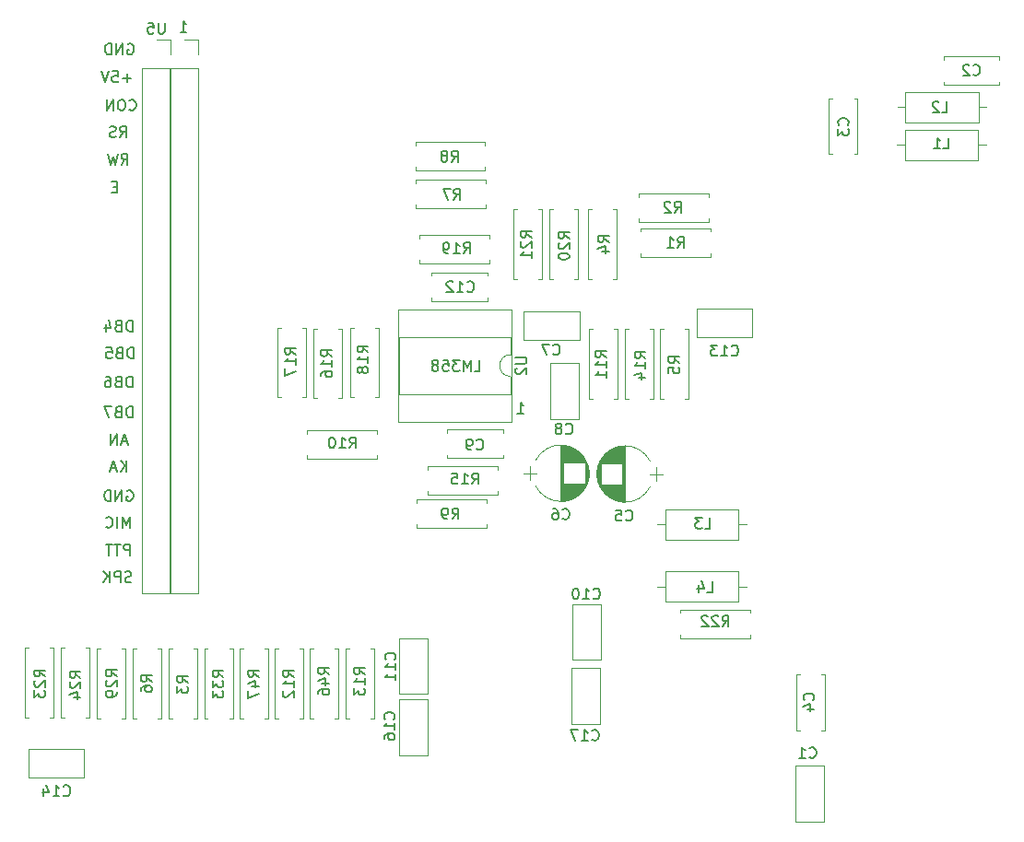
<source format=gbr>
%TF.GenerationSoftware,KiCad,Pcbnew,(6.0.11)*%
%TF.CreationDate,2023-04-04T23:09:14-05:00*%
%TF.ProjectId,BitBangDisplay,42697442-616e-4674-9469-73706c61792e,rev?*%
%TF.SameCoordinates,Original*%
%TF.FileFunction,Legend,Bot*%
%TF.FilePolarity,Positive*%
%FSLAX46Y46*%
G04 Gerber Fmt 4.6, Leading zero omitted, Abs format (unit mm)*
G04 Created by KiCad (PCBNEW (6.0.11)) date 2023-04-04 23:09:14*
%MOMM*%
%LPD*%
G01*
G04 APERTURE LIST*
%ADD10C,0.150000*%
%ADD11C,0.120000*%
G04 APERTURE END LIST*
D10*
X43286904Y-82647380D02*
X43620238Y-82171190D01*
X43858333Y-82647380D02*
X43858333Y-81647380D01*
X43477380Y-81647380D01*
X43382142Y-81695000D01*
X43334523Y-81742619D01*
X43286904Y-81837857D01*
X43286904Y-81980714D01*
X43334523Y-82075952D01*
X43382142Y-82123571D01*
X43477380Y-82171190D01*
X43858333Y-82171190D01*
X42953571Y-81647380D02*
X42715476Y-82647380D01*
X42525000Y-81933095D01*
X42334523Y-82647380D01*
X42096428Y-81647380D01*
X44393095Y-100467380D02*
X44393095Y-99467380D01*
X44155000Y-99467380D01*
X44012142Y-99515000D01*
X43916904Y-99610238D01*
X43869285Y-99705476D01*
X43821666Y-99895952D01*
X43821666Y-100038809D01*
X43869285Y-100229285D01*
X43916904Y-100324523D01*
X44012142Y-100419761D01*
X44155000Y-100467380D01*
X44393095Y-100467380D01*
X43059761Y-99943571D02*
X42916904Y-99991190D01*
X42869285Y-100038809D01*
X42821666Y-100134047D01*
X42821666Y-100276904D01*
X42869285Y-100372142D01*
X42916904Y-100419761D01*
X43012142Y-100467380D01*
X43393095Y-100467380D01*
X43393095Y-99467380D01*
X43059761Y-99467380D01*
X42964523Y-99515000D01*
X42916904Y-99562619D01*
X42869285Y-99657857D01*
X42869285Y-99753095D01*
X42916904Y-99848333D01*
X42964523Y-99895952D01*
X43059761Y-99943571D01*
X43393095Y-99943571D01*
X41916904Y-99467380D02*
X42393095Y-99467380D01*
X42440714Y-99943571D01*
X42393095Y-99895952D01*
X42297857Y-99848333D01*
X42059761Y-99848333D01*
X41964523Y-99895952D01*
X41916904Y-99943571D01*
X41869285Y-100038809D01*
X41869285Y-100276904D01*
X41916904Y-100372142D01*
X41964523Y-100419761D01*
X42059761Y-100467380D01*
X42297857Y-100467380D01*
X42393095Y-100419761D01*
X42440714Y-100372142D01*
X44023095Y-77582142D02*
X44070714Y-77629761D01*
X44213571Y-77677380D01*
X44308809Y-77677380D01*
X44451666Y-77629761D01*
X44546904Y-77534523D01*
X44594523Y-77439285D01*
X44642142Y-77248809D01*
X44642142Y-77105952D01*
X44594523Y-76915476D01*
X44546904Y-76820238D01*
X44451666Y-76725000D01*
X44308809Y-76677380D01*
X44213571Y-76677380D01*
X44070714Y-76725000D01*
X44023095Y-76772619D01*
X43404047Y-76677380D02*
X43213571Y-76677380D01*
X43118333Y-76725000D01*
X43023095Y-76820238D01*
X42975476Y-77010714D01*
X42975476Y-77344047D01*
X43023095Y-77534523D01*
X43118333Y-77629761D01*
X43213571Y-77677380D01*
X43404047Y-77677380D01*
X43499285Y-77629761D01*
X43594523Y-77534523D01*
X43642142Y-77344047D01*
X43642142Y-77010714D01*
X43594523Y-76820238D01*
X43499285Y-76725000D01*
X43404047Y-76677380D01*
X42546904Y-77677380D02*
X42546904Y-76677380D01*
X41975476Y-77677380D01*
X41975476Y-76677380D01*
X44303095Y-103127380D02*
X44303095Y-102127380D01*
X44065000Y-102127380D01*
X43922142Y-102175000D01*
X43826904Y-102270238D01*
X43779285Y-102365476D01*
X43731666Y-102555952D01*
X43731666Y-102698809D01*
X43779285Y-102889285D01*
X43826904Y-102984523D01*
X43922142Y-103079761D01*
X44065000Y-103127380D01*
X44303095Y-103127380D01*
X42969761Y-102603571D02*
X42826904Y-102651190D01*
X42779285Y-102698809D01*
X42731666Y-102794047D01*
X42731666Y-102936904D01*
X42779285Y-103032142D01*
X42826904Y-103079761D01*
X42922142Y-103127380D01*
X43303095Y-103127380D01*
X43303095Y-102127380D01*
X42969761Y-102127380D01*
X42874523Y-102175000D01*
X42826904Y-102222619D01*
X42779285Y-102317857D01*
X42779285Y-102413095D01*
X42826904Y-102508333D01*
X42874523Y-102555952D01*
X42969761Y-102603571D01*
X43303095Y-102603571D01*
X41874523Y-102127380D02*
X42065000Y-102127380D01*
X42160238Y-102175000D01*
X42207857Y-102222619D01*
X42303095Y-102365476D01*
X42350714Y-102555952D01*
X42350714Y-102936904D01*
X42303095Y-103032142D01*
X42255476Y-103079761D01*
X42160238Y-103127380D01*
X41969761Y-103127380D01*
X41874523Y-103079761D01*
X41826904Y-103032142D01*
X41779285Y-102936904D01*
X41779285Y-102698809D01*
X41826904Y-102603571D01*
X41874523Y-102555952D01*
X41969761Y-102508333D01*
X42160238Y-102508333D01*
X42255476Y-102555952D01*
X42303095Y-102603571D01*
X42350714Y-102698809D01*
X42879285Y-84723571D02*
X42545952Y-84723571D01*
X42403095Y-85247380D02*
X42879285Y-85247380D01*
X42879285Y-84247380D01*
X42403095Y-84247380D01*
X43811904Y-108106666D02*
X43335714Y-108106666D01*
X43907142Y-108392380D02*
X43573809Y-107392380D01*
X43240476Y-108392380D01*
X42907142Y-108392380D02*
X42907142Y-107392380D01*
X42335714Y-108392380D01*
X42335714Y-107392380D01*
X44071428Y-116032380D02*
X44071428Y-115032380D01*
X43738095Y-115746666D01*
X43404761Y-115032380D01*
X43404761Y-116032380D01*
X42928571Y-116032380D02*
X42928571Y-115032380D01*
X41880952Y-115937142D02*
X41928571Y-115984761D01*
X42071428Y-116032380D01*
X42166666Y-116032380D01*
X42309523Y-115984761D01*
X42404761Y-115889523D01*
X42452380Y-115794285D01*
X42500000Y-115603809D01*
X42500000Y-115460952D01*
X42452380Y-115270476D01*
X42404761Y-115175238D01*
X42309523Y-115080000D01*
X42166666Y-115032380D01*
X42071428Y-115032380D01*
X41928571Y-115080000D01*
X41880952Y-115127619D01*
X79674285Y-105502380D02*
X80245714Y-105502380D01*
X79960000Y-105502380D02*
X79960000Y-104502380D01*
X80055238Y-104645238D01*
X80150476Y-104740476D01*
X80245714Y-104788095D01*
X43886904Y-71585000D02*
X43982142Y-71537380D01*
X44125000Y-71537380D01*
X44267857Y-71585000D01*
X44363095Y-71680238D01*
X44410714Y-71775476D01*
X44458333Y-71965952D01*
X44458333Y-72108809D01*
X44410714Y-72299285D01*
X44363095Y-72394523D01*
X44267857Y-72489761D01*
X44125000Y-72537380D01*
X44029761Y-72537380D01*
X43886904Y-72489761D01*
X43839285Y-72442142D01*
X43839285Y-72108809D01*
X44029761Y-72108809D01*
X43410714Y-72537380D02*
X43410714Y-71537380D01*
X42839285Y-72537380D01*
X42839285Y-71537380D01*
X42363095Y-72537380D02*
X42363095Y-71537380D01*
X42125000Y-71537380D01*
X41982142Y-71585000D01*
X41886904Y-71680238D01*
X41839285Y-71775476D01*
X41791666Y-71965952D01*
X41791666Y-72108809D01*
X41839285Y-72299285D01*
X41886904Y-72394523D01*
X41982142Y-72489761D01*
X42125000Y-72537380D01*
X42363095Y-72537380D01*
X44063809Y-118552380D02*
X44063809Y-117552380D01*
X43682857Y-117552380D01*
X43587619Y-117600000D01*
X43540000Y-117647619D01*
X43492380Y-117742857D01*
X43492380Y-117885714D01*
X43540000Y-117980952D01*
X43587619Y-118028571D01*
X43682857Y-118076190D01*
X44063809Y-118076190D01*
X43206666Y-117552380D02*
X42635238Y-117552380D01*
X42920952Y-118552380D02*
X42920952Y-117552380D01*
X42444761Y-117552380D02*
X41873333Y-117552380D01*
X42159047Y-118552380D02*
X42159047Y-117552380D01*
X44303095Y-97977380D02*
X44303095Y-96977380D01*
X44065000Y-96977380D01*
X43922142Y-97025000D01*
X43826904Y-97120238D01*
X43779285Y-97215476D01*
X43731666Y-97405952D01*
X43731666Y-97548809D01*
X43779285Y-97739285D01*
X43826904Y-97834523D01*
X43922142Y-97929761D01*
X44065000Y-97977380D01*
X44303095Y-97977380D01*
X42969761Y-97453571D02*
X42826904Y-97501190D01*
X42779285Y-97548809D01*
X42731666Y-97644047D01*
X42731666Y-97786904D01*
X42779285Y-97882142D01*
X42826904Y-97929761D01*
X42922142Y-97977380D01*
X43303095Y-97977380D01*
X43303095Y-96977380D01*
X42969761Y-96977380D01*
X42874523Y-97025000D01*
X42826904Y-97072619D01*
X42779285Y-97167857D01*
X42779285Y-97263095D01*
X42826904Y-97358333D01*
X42874523Y-97405952D01*
X42969761Y-97453571D01*
X43303095Y-97453571D01*
X41874523Y-97310714D02*
X41874523Y-97977380D01*
X42112619Y-96929761D02*
X42350714Y-97644047D01*
X41731666Y-97644047D01*
X44205714Y-120994761D02*
X44062857Y-121042380D01*
X43824761Y-121042380D01*
X43729523Y-120994761D01*
X43681904Y-120947142D01*
X43634285Y-120851904D01*
X43634285Y-120756666D01*
X43681904Y-120661428D01*
X43729523Y-120613809D01*
X43824761Y-120566190D01*
X44015238Y-120518571D01*
X44110476Y-120470952D01*
X44158095Y-120423333D01*
X44205714Y-120328095D01*
X44205714Y-120232857D01*
X44158095Y-120137619D01*
X44110476Y-120090000D01*
X44015238Y-120042380D01*
X43777142Y-120042380D01*
X43634285Y-120090000D01*
X43205714Y-121042380D02*
X43205714Y-120042380D01*
X42824761Y-120042380D01*
X42729523Y-120090000D01*
X42681904Y-120137619D01*
X42634285Y-120232857D01*
X42634285Y-120375714D01*
X42681904Y-120470952D01*
X42729523Y-120518571D01*
X42824761Y-120566190D01*
X43205714Y-120566190D01*
X42205714Y-121042380D02*
X42205714Y-120042380D01*
X41634285Y-121042380D02*
X42062857Y-120470952D01*
X41634285Y-120042380D02*
X42205714Y-120613809D01*
X44303095Y-105887380D02*
X44303095Y-104887380D01*
X44065000Y-104887380D01*
X43922142Y-104935000D01*
X43826904Y-105030238D01*
X43779285Y-105125476D01*
X43731666Y-105315952D01*
X43731666Y-105458809D01*
X43779285Y-105649285D01*
X43826904Y-105744523D01*
X43922142Y-105839761D01*
X44065000Y-105887380D01*
X44303095Y-105887380D01*
X42969761Y-105363571D02*
X42826904Y-105411190D01*
X42779285Y-105458809D01*
X42731666Y-105554047D01*
X42731666Y-105696904D01*
X42779285Y-105792142D01*
X42826904Y-105839761D01*
X42922142Y-105887380D01*
X43303095Y-105887380D01*
X43303095Y-104887380D01*
X42969761Y-104887380D01*
X42874523Y-104935000D01*
X42826904Y-104982619D01*
X42779285Y-105077857D01*
X42779285Y-105173095D01*
X42826904Y-105268333D01*
X42874523Y-105315952D01*
X42969761Y-105363571D01*
X43303095Y-105363571D01*
X42398333Y-104887380D02*
X41731666Y-104887380D01*
X42160238Y-105887380D01*
X43161666Y-80137380D02*
X43495000Y-79661190D01*
X43733095Y-80137380D02*
X43733095Y-79137380D01*
X43352142Y-79137380D01*
X43256904Y-79185000D01*
X43209285Y-79232619D01*
X43161666Y-79327857D01*
X43161666Y-79470714D01*
X43209285Y-79565952D01*
X43256904Y-79613571D01*
X43352142Y-79661190D01*
X43733095Y-79661190D01*
X42780714Y-80089761D02*
X42637857Y-80137380D01*
X42399761Y-80137380D01*
X42304523Y-80089761D01*
X42256904Y-80042142D01*
X42209285Y-79946904D01*
X42209285Y-79851666D01*
X42256904Y-79756428D01*
X42304523Y-79708809D01*
X42399761Y-79661190D01*
X42590238Y-79613571D01*
X42685476Y-79565952D01*
X42733095Y-79518333D01*
X42780714Y-79423095D01*
X42780714Y-79327857D01*
X42733095Y-79232619D01*
X42685476Y-79185000D01*
X42590238Y-79137380D01*
X42352142Y-79137380D01*
X42209285Y-79185000D01*
X43811904Y-112620000D02*
X43907142Y-112572380D01*
X44050000Y-112572380D01*
X44192857Y-112620000D01*
X44288095Y-112715238D01*
X44335714Y-112810476D01*
X44383333Y-113000952D01*
X44383333Y-113143809D01*
X44335714Y-113334285D01*
X44288095Y-113429523D01*
X44192857Y-113524761D01*
X44050000Y-113572380D01*
X43954761Y-113572380D01*
X43811904Y-113524761D01*
X43764285Y-113477142D01*
X43764285Y-113143809D01*
X43954761Y-113143809D01*
X43335714Y-113572380D02*
X43335714Y-112572380D01*
X42764285Y-113572380D01*
X42764285Y-112572380D01*
X42288095Y-113572380D02*
X42288095Y-112572380D01*
X42050000Y-112572380D01*
X41907142Y-112620000D01*
X41811904Y-112715238D01*
X41764285Y-112810476D01*
X41716666Y-113000952D01*
X41716666Y-113143809D01*
X41764285Y-113334285D01*
X41811904Y-113429523D01*
X41907142Y-113524761D01*
X42050000Y-113572380D01*
X42288095Y-113572380D01*
X44190714Y-74706428D02*
X43428809Y-74706428D01*
X43809761Y-75087380D02*
X43809761Y-74325476D01*
X42476428Y-74087380D02*
X42952619Y-74087380D01*
X43000238Y-74563571D01*
X42952619Y-74515952D01*
X42857380Y-74468333D01*
X42619285Y-74468333D01*
X42524047Y-74515952D01*
X42476428Y-74563571D01*
X42428809Y-74658809D01*
X42428809Y-74896904D01*
X42476428Y-74992142D01*
X42524047Y-75039761D01*
X42619285Y-75087380D01*
X42857380Y-75087380D01*
X42952619Y-75039761D01*
X43000238Y-74992142D01*
X42143095Y-74087380D02*
X41809761Y-75087380D01*
X41476428Y-74087380D01*
X75740476Y-101622380D02*
X76216666Y-101622380D01*
X76216666Y-100622380D01*
X75407142Y-101622380D02*
X75407142Y-100622380D01*
X75073809Y-101336666D01*
X74740476Y-100622380D01*
X74740476Y-101622380D01*
X74359523Y-100622380D02*
X73740476Y-100622380D01*
X74073809Y-101003333D01*
X73930952Y-101003333D01*
X73835714Y-101050952D01*
X73788095Y-101098571D01*
X73740476Y-101193809D01*
X73740476Y-101431904D01*
X73788095Y-101527142D01*
X73835714Y-101574761D01*
X73930952Y-101622380D01*
X74216666Y-101622380D01*
X74311904Y-101574761D01*
X74359523Y-101527142D01*
X72835714Y-100622380D02*
X73311904Y-100622380D01*
X73359523Y-101098571D01*
X73311904Y-101050952D01*
X73216666Y-101003333D01*
X72978571Y-101003333D01*
X72883333Y-101050952D01*
X72835714Y-101098571D01*
X72788095Y-101193809D01*
X72788095Y-101431904D01*
X72835714Y-101527142D01*
X72883333Y-101574761D01*
X72978571Y-101622380D01*
X73216666Y-101622380D01*
X73311904Y-101574761D01*
X73359523Y-101527142D01*
X72216666Y-101050952D02*
X72311904Y-101003333D01*
X72359523Y-100955714D01*
X72407142Y-100860476D01*
X72407142Y-100812857D01*
X72359523Y-100717619D01*
X72311904Y-100670000D01*
X72216666Y-100622380D01*
X72026190Y-100622380D01*
X71930952Y-100670000D01*
X71883333Y-100717619D01*
X71835714Y-100812857D01*
X71835714Y-100860476D01*
X71883333Y-100955714D01*
X71930952Y-101003333D01*
X72026190Y-101050952D01*
X72216666Y-101050952D01*
X72311904Y-101098571D01*
X72359523Y-101146190D01*
X72407142Y-101241428D01*
X72407142Y-101431904D01*
X72359523Y-101527142D01*
X72311904Y-101574761D01*
X72216666Y-101622380D01*
X72026190Y-101622380D01*
X71930952Y-101574761D01*
X71883333Y-101527142D01*
X71835714Y-101431904D01*
X71835714Y-101241428D01*
X71883333Y-101146190D01*
X71930952Y-101098571D01*
X72026190Y-101050952D01*
X43780476Y-110862380D02*
X43780476Y-109862380D01*
X43209047Y-110862380D02*
X43637619Y-110290952D01*
X43209047Y-109862380D02*
X43780476Y-110433809D01*
X42828095Y-110576666D02*
X42351904Y-110576666D01*
X42923333Y-110862380D02*
X42590000Y-109862380D01*
X42256666Y-110862380D01*
X48714285Y-70452380D02*
X49285714Y-70452380D01*
X49000000Y-70452380D02*
X49000000Y-69452380D01*
X49095238Y-69595238D01*
X49190476Y-69690476D01*
X49285714Y-69738095D01*
%TO.C,C10*%
X86642857Y-122507142D02*
X86690476Y-122554761D01*
X86833333Y-122602380D01*
X86928571Y-122602380D01*
X87071428Y-122554761D01*
X87166666Y-122459523D01*
X87214285Y-122364285D01*
X87261904Y-122173809D01*
X87261904Y-122030952D01*
X87214285Y-121840476D01*
X87166666Y-121745238D01*
X87071428Y-121650000D01*
X86928571Y-121602380D01*
X86833333Y-121602380D01*
X86690476Y-121650000D01*
X86642857Y-121697619D01*
X85690476Y-122602380D02*
X86261904Y-122602380D01*
X85976190Y-122602380D02*
X85976190Y-121602380D01*
X86071428Y-121745238D01*
X86166666Y-121840476D01*
X86261904Y-121888095D01*
X85071428Y-121602380D02*
X84976190Y-121602380D01*
X84880952Y-121650000D01*
X84833333Y-121697619D01*
X84785714Y-121792857D01*
X84738095Y-121983333D01*
X84738095Y-122221428D01*
X84785714Y-122411904D01*
X84833333Y-122507142D01*
X84880952Y-122554761D01*
X84976190Y-122602380D01*
X85071428Y-122602380D01*
X85166666Y-122554761D01*
X85214285Y-122507142D01*
X85261904Y-122411904D01*
X85309523Y-122221428D01*
X85309523Y-121983333D01*
X85261904Y-121792857D01*
X85214285Y-121697619D01*
X85166666Y-121650000D01*
X85071428Y-121602380D01*
%TO.C,C11*%
X68407142Y-128147142D02*
X68454761Y-128099523D01*
X68502380Y-127956666D01*
X68502380Y-127861428D01*
X68454761Y-127718571D01*
X68359523Y-127623333D01*
X68264285Y-127575714D01*
X68073809Y-127528095D01*
X67930952Y-127528095D01*
X67740476Y-127575714D01*
X67645238Y-127623333D01*
X67550000Y-127718571D01*
X67502380Y-127861428D01*
X67502380Y-127956666D01*
X67550000Y-128099523D01*
X67597619Y-128147142D01*
X68502380Y-129099523D02*
X68502380Y-128528095D01*
X68502380Y-128813809D02*
X67502380Y-128813809D01*
X67645238Y-128718571D01*
X67740476Y-128623333D01*
X67788095Y-128528095D01*
X68502380Y-130051904D02*
X68502380Y-129480476D01*
X68502380Y-129766190D02*
X67502380Y-129766190D01*
X67645238Y-129670952D01*
X67740476Y-129575714D01*
X67788095Y-129480476D01*
%TO.C,C16*%
X68327142Y-133617142D02*
X68374761Y-133569523D01*
X68422380Y-133426666D01*
X68422380Y-133331428D01*
X68374761Y-133188571D01*
X68279523Y-133093333D01*
X68184285Y-133045714D01*
X67993809Y-132998095D01*
X67850952Y-132998095D01*
X67660476Y-133045714D01*
X67565238Y-133093333D01*
X67470000Y-133188571D01*
X67422380Y-133331428D01*
X67422380Y-133426666D01*
X67470000Y-133569523D01*
X67517619Y-133617142D01*
X68422380Y-134569523D02*
X68422380Y-133998095D01*
X68422380Y-134283809D02*
X67422380Y-134283809D01*
X67565238Y-134188571D01*
X67660476Y-134093333D01*
X67708095Y-133998095D01*
X67422380Y-135426666D02*
X67422380Y-135236190D01*
X67470000Y-135140952D01*
X67517619Y-135093333D01*
X67660476Y-134998095D01*
X67850952Y-134950476D01*
X68231904Y-134950476D01*
X68327142Y-134998095D01*
X68374761Y-135045714D01*
X68422380Y-135140952D01*
X68422380Y-135331428D01*
X68374761Y-135426666D01*
X68327142Y-135474285D01*
X68231904Y-135521904D01*
X67993809Y-135521904D01*
X67898571Y-135474285D01*
X67850952Y-135426666D01*
X67803333Y-135331428D01*
X67803333Y-135140952D01*
X67850952Y-135045714D01*
X67898571Y-134998095D01*
X67993809Y-134950476D01*
%TO.C,C17*%
X86532857Y-135507142D02*
X86580476Y-135554761D01*
X86723333Y-135602380D01*
X86818571Y-135602380D01*
X86961428Y-135554761D01*
X87056666Y-135459523D01*
X87104285Y-135364285D01*
X87151904Y-135173809D01*
X87151904Y-135030952D01*
X87104285Y-134840476D01*
X87056666Y-134745238D01*
X86961428Y-134650000D01*
X86818571Y-134602380D01*
X86723333Y-134602380D01*
X86580476Y-134650000D01*
X86532857Y-134697619D01*
X85580476Y-135602380D02*
X86151904Y-135602380D01*
X85866190Y-135602380D02*
X85866190Y-134602380D01*
X85961428Y-134745238D01*
X86056666Y-134840476D01*
X86151904Y-134888095D01*
X85247142Y-134602380D02*
X84580476Y-134602380D01*
X85009047Y-135602380D01*
%TO.C,R3*%
X49422380Y-130259333D02*
X48946190Y-129926000D01*
X49422380Y-129687904D02*
X48422380Y-129687904D01*
X48422380Y-130068857D01*
X48470000Y-130164095D01*
X48517619Y-130211714D01*
X48612857Y-130259333D01*
X48755714Y-130259333D01*
X48850952Y-130211714D01*
X48898571Y-130164095D01*
X48946190Y-130068857D01*
X48946190Y-129687904D01*
X48422380Y-130592666D02*
X48422380Y-131211714D01*
X48803333Y-130878380D01*
X48803333Y-131021238D01*
X48850952Y-131116476D01*
X48898571Y-131164095D01*
X48993809Y-131211714D01*
X49231904Y-131211714D01*
X49327142Y-131164095D01*
X49374761Y-131116476D01*
X49422380Y-131021238D01*
X49422380Y-130735523D01*
X49374761Y-130640285D01*
X49327142Y-130592666D01*
%TO.C,R6*%
X46092380Y-130173333D02*
X45616190Y-129840000D01*
X46092380Y-129601904D02*
X45092380Y-129601904D01*
X45092380Y-129982857D01*
X45140000Y-130078095D01*
X45187619Y-130125714D01*
X45282857Y-130173333D01*
X45425714Y-130173333D01*
X45520952Y-130125714D01*
X45568571Y-130078095D01*
X45616190Y-129982857D01*
X45616190Y-129601904D01*
X45092380Y-131030476D02*
X45092380Y-130840000D01*
X45140000Y-130744761D01*
X45187619Y-130697142D01*
X45330476Y-130601904D01*
X45520952Y-130554285D01*
X45901904Y-130554285D01*
X45997142Y-130601904D01*
X46044761Y-130649523D01*
X46092380Y-130744761D01*
X46092380Y-130935238D01*
X46044761Y-131030476D01*
X45997142Y-131078095D01*
X45901904Y-131125714D01*
X45663809Y-131125714D01*
X45568571Y-131078095D01*
X45520952Y-131030476D01*
X45473333Y-130935238D01*
X45473333Y-130744761D01*
X45520952Y-130649523D01*
X45568571Y-130601904D01*
X45663809Y-130554285D01*
%TO.C,R12*%
X59132380Y-129717142D02*
X58656190Y-129383809D01*
X59132380Y-129145714D02*
X58132380Y-129145714D01*
X58132380Y-129526666D01*
X58180000Y-129621904D01*
X58227619Y-129669523D01*
X58322857Y-129717142D01*
X58465714Y-129717142D01*
X58560952Y-129669523D01*
X58608571Y-129621904D01*
X58656190Y-129526666D01*
X58656190Y-129145714D01*
X59132380Y-130669523D02*
X59132380Y-130098095D01*
X59132380Y-130383809D02*
X58132380Y-130383809D01*
X58275238Y-130288571D01*
X58370476Y-130193333D01*
X58418095Y-130098095D01*
X58227619Y-131050476D02*
X58180000Y-131098095D01*
X58132380Y-131193333D01*
X58132380Y-131431428D01*
X58180000Y-131526666D01*
X58227619Y-131574285D01*
X58322857Y-131621904D01*
X58418095Y-131621904D01*
X58560952Y-131574285D01*
X59132380Y-131002857D01*
X59132380Y-131621904D01*
%TO.C,R13*%
X65662380Y-129483142D02*
X65186190Y-129149809D01*
X65662380Y-128911714D02*
X64662380Y-128911714D01*
X64662380Y-129292666D01*
X64710000Y-129387904D01*
X64757619Y-129435523D01*
X64852857Y-129483142D01*
X64995714Y-129483142D01*
X65090952Y-129435523D01*
X65138571Y-129387904D01*
X65186190Y-129292666D01*
X65186190Y-128911714D01*
X65662380Y-130435523D02*
X65662380Y-129864095D01*
X65662380Y-130149809D02*
X64662380Y-130149809D01*
X64805238Y-130054571D01*
X64900476Y-129959333D01*
X64948095Y-129864095D01*
X64662380Y-130768857D02*
X64662380Y-131387904D01*
X65043333Y-131054571D01*
X65043333Y-131197428D01*
X65090952Y-131292666D01*
X65138571Y-131340285D01*
X65233809Y-131387904D01*
X65471904Y-131387904D01*
X65567142Y-131340285D01*
X65614761Y-131292666D01*
X65662380Y-131197428D01*
X65662380Y-130911714D01*
X65614761Y-130816476D01*
X65567142Y-130768857D01*
%TO.C,R29*%
X42878380Y-129683142D02*
X42402190Y-129349809D01*
X42878380Y-129111714D02*
X41878380Y-129111714D01*
X41878380Y-129492666D01*
X41926000Y-129587904D01*
X41973619Y-129635523D01*
X42068857Y-129683142D01*
X42211714Y-129683142D01*
X42306952Y-129635523D01*
X42354571Y-129587904D01*
X42402190Y-129492666D01*
X42402190Y-129111714D01*
X41973619Y-130064095D02*
X41926000Y-130111714D01*
X41878380Y-130206952D01*
X41878380Y-130445047D01*
X41926000Y-130540285D01*
X41973619Y-130587904D01*
X42068857Y-130635523D01*
X42164095Y-130635523D01*
X42306952Y-130587904D01*
X42878380Y-130016476D01*
X42878380Y-130635523D01*
X42878380Y-131111714D02*
X42878380Y-131302190D01*
X42830761Y-131397428D01*
X42783142Y-131445047D01*
X42640285Y-131540285D01*
X42449809Y-131587904D01*
X42068857Y-131587904D01*
X41973619Y-131540285D01*
X41926000Y-131492666D01*
X41878380Y-131397428D01*
X41878380Y-131206952D01*
X41926000Y-131111714D01*
X41973619Y-131064095D01*
X42068857Y-131016476D01*
X42306952Y-131016476D01*
X42402190Y-131064095D01*
X42449809Y-131111714D01*
X42497428Y-131206952D01*
X42497428Y-131397428D01*
X42449809Y-131492666D01*
X42402190Y-131540285D01*
X42306952Y-131587904D01*
%TO.C,R33*%
X52672380Y-129737142D02*
X52196190Y-129403809D01*
X52672380Y-129165714D02*
X51672380Y-129165714D01*
X51672380Y-129546666D01*
X51720000Y-129641904D01*
X51767619Y-129689523D01*
X51862857Y-129737142D01*
X52005714Y-129737142D01*
X52100952Y-129689523D01*
X52148571Y-129641904D01*
X52196190Y-129546666D01*
X52196190Y-129165714D01*
X51672380Y-130070476D02*
X51672380Y-130689523D01*
X52053333Y-130356190D01*
X52053333Y-130499047D01*
X52100952Y-130594285D01*
X52148571Y-130641904D01*
X52243809Y-130689523D01*
X52481904Y-130689523D01*
X52577142Y-130641904D01*
X52624761Y-130594285D01*
X52672380Y-130499047D01*
X52672380Y-130213333D01*
X52624761Y-130118095D01*
X52577142Y-130070476D01*
X51672380Y-131022857D02*
X51672380Y-131641904D01*
X52053333Y-131308571D01*
X52053333Y-131451428D01*
X52100952Y-131546666D01*
X52148571Y-131594285D01*
X52243809Y-131641904D01*
X52481904Y-131641904D01*
X52577142Y-131594285D01*
X52624761Y-131546666D01*
X52672380Y-131451428D01*
X52672380Y-131165714D01*
X52624761Y-131070476D01*
X52577142Y-131022857D01*
%TO.C,R46*%
X62392380Y-129483142D02*
X61916190Y-129149809D01*
X62392380Y-128911714D02*
X61392380Y-128911714D01*
X61392380Y-129292666D01*
X61440000Y-129387904D01*
X61487619Y-129435523D01*
X61582857Y-129483142D01*
X61725714Y-129483142D01*
X61820952Y-129435523D01*
X61868571Y-129387904D01*
X61916190Y-129292666D01*
X61916190Y-128911714D01*
X61725714Y-130340285D02*
X62392380Y-130340285D01*
X61344761Y-130102190D02*
X62059047Y-129864095D01*
X62059047Y-130483142D01*
X61392380Y-131292666D02*
X61392380Y-131102190D01*
X61440000Y-131006952D01*
X61487619Y-130959333D01*
X61630476Y-130864095D01*
X61820952Y-130816476D01*
X62201904Y-130816476D01*
X62297142Y-130864095D01*
X62344761Y-130911714D01*
X62392380Y-131006952D01*
X62392380Y-131197428D01*
X62344761Y-131292666D01*
X62297142Y-131340285D01*
X62201904Y-131387904D01*
X61963809Y-131387904D01*
X61868571Y-131340285D01*
X61820952Y-131292666D01*
X61773333Y-131197428D01*
X61773333Y-131006952D01*
X61820952Y-130911714D01*
X61868571Y-130864095D01*
X61963809Y-130816476D01*
%TO.C,R47*%
X55936380Y-129723142D02*
X55460190Y-129389809D01*
X55936380Y-129151714D02*
X54936380Y-129151714D01*
X54936380Y-129532666D01*
X54984000Y-129627904D01*
X55031619Y-129675523D01*
X55126857Y-129723142D01*
X55269714Y-129723142D01*
X55364952Y-129675523D01*
X55412571Y-129627904D01*
X55460190Y-129532666D01*
X55460190Y-129151714D01*
X55269714Y-130580285D02*
X55936380Y-130580285D01*
X54888761Y-130342190D02*
X55603047Y-130104095D01*
X55603047Y-130723142D01*
X54936380Y-131008857D02*
X54936380Y-131675523D01*
X55936380Y-131246952D01*
%TO.C,C1*%
X106506666Y-137097142D02*
X106554285Y-137144761D01*
X106697142Y-137192380D01*
X106792380Y-137192380D01*
X106935238Y-137144761D01*
X107030476Y-137049523D01*
X107078095Y-136954285D01*
X107125714Y-136763809D01*
X107125714Y-136620952D01*
X107078095Y-136430476D01*
X107030476Y-136335238D01*
X106935238Y-136240000D01*
X106792380Y-136192380D01*
X106697142Y-136192380D01*
X106554285Y-136240000D01*
X106506666Y-136287619D01*
X105554285Y-137192380D02*
X106125714Y-137192380D01*
X105840000Y-137192380D02*
X105840000Y-136192380D01*
X105935238Y-136335238D01*
X106030476Y-136430476D01*
X106125714Y-136478095D01*
%TO.C,C3*%
X110027142Y-79013333D02*
X110074761Y-78965714D01*
X110122380Y-78822857D01*
X110122380Y-78727619D01*
X110074761Y-78584761D01*
X109979523Y-78489523D01*
X109884285Y-78441904D01*
X109693809Y-78394285D01*
X109550952Y-78394285D01*
X109360476Y-78441904D01*
X109265238Y-78489523D01*
X109170000Y-78584761D01*
X109122380Y-78727619D01*
X109122380Y-78822857D01*
X109170000Y-78965714D01*
X109217619Y-79013333D01*
X109122380Y-79346666D02*
X109122380Y-79965714D01*
X109503333Y-79632380D01*
X109503333Y-79775238D01*
X109550952Y-79870476D01*
X109598571Y-79918095D01*
X109693809Y-79965714D01*
X109931904Y-79965714D01*
X110027142Y-79918095D01*
X110074761Y-79870476D01*
X110122380Y-79775238D01*
X110122380Y-79489523D01*
X110074761Y-79394285D01*
X110027142Y-79346666D01*
%TO.C,L1*%
X118796666Y-81192380D02*
X119272857Y-81192380D01*
X119272857Y-80192380D01*
X117939523Y-81192380D02*
X118510952Y-81192380D01*
X118225238Y-81192380D02*
X118225238Y-80192380D01*
X118320476Y-80335238D01*
X118415714Y-80430476D01*
X118510952Y-80478095D01*
%TO.C,L2*%
X118646666Y-77842380D02*
X119122857Y-77842380D01*
X119122857Y-76842380D01*
X118360952Y-76937619D02*
X118313333Y-76890000D01*
X118218095Y-76842380D01*
X117980000Y-76842380D01*
X117884761Y-76890000D01*
X117837142Y-76937619D01*
X117789523Y-77032857D01*
X117789523Y-77128095D01*
X117837142Y-77270952D01*
X118408571Y-77842380D01*
X117789523Y-77842380D01*
%TO.C,R1*%
X94406666Y-90312380D02*
X94740000Y-89836190D01*
X94978095Y-90312380D02*
X94978095Y-89312380D01*
X94597142Y-89312380D01*
X94501904Y-89360000D01*
X94454285Y-89407619D01*
X94406666Y-89502857D01*
X94406666Y-89645714D01*
X94454285Y-89740952D01*
X94501904Y-89788571D01*
X94597142Y-89836190D01*
X94978095Y-89836190D01*
X93454285Y-90312380D02*
X94025714Y-90312380D01*
X93740000Y-90312380D02*
X93740000Y-89312380D01*
X93835238Y-89455238D01*
X93930476Y-89550476D01*
X94025714Y-89598095D01*
%TO.C,R2*%
X94116666Y-87062380D02*
X94450000Y-86586190D01*
X94688095Y-87062380D02*
X94688095Y-86062380D01*
X94307142Y-86062380D01*
X94211904Y-86110000D01*
X94164285Y-86157619D01*
X94116666Y-86252857D01*
X94116666Y-86395714D01*
X94164285Y-86490952D01*
X94211904Y-86538571D01*
X94307142Y-86586190D01*
X94688095Y-86586190D01*
X93735714Y-86157619D02*
X93688095Y-86110000D01*
X93592857Y-86062380D01*
X93354761Y-86062380D01*
X93259523Y-86110000D01*
X93211904Y-86157619D01*
X93164285Y-86252857D01*
X93164285Y-86348095D01*
X93211904Y-86490952D01*
X93783333Y-87062380D01*
X93164285Y-87062380D01*
%TO.C,R4*%
X88082380Y-89773333D02*
X87606190Y-89440000D01*
X88082380Y-89201904D02*
X87082380Y-89201904D01*
X87082380Y-89582857D01*
X87130000Y-89678095D01*
X87177619Y-89725714D01*
X87272857Y-89773333D01*
X87415714Y-89773333D01*
X87510952Y-89725714D01*
X87558571Y-89678095D01*
X87606190Y-89582857D01*
X87606190Y-89201904D01*
X87415714Y-90630476D02*
X88082380Y-90630476D01*
X87034761Y-90392380D02*
X87749047Y-90154285D01*
X87749047Y-90773333D01*
%TO.C,R5*%
X94572380Y-100893333D02*
X94096190Y-100560000D01*
X94572380Y-100321904D02*
X93572380Y-100321904D01*
X93572380Y-100702857D01*
X93620000Y-100798095D01*
X93667619Y-100845714D01*
X93762857Y-100893333D01*
X93905714Y-100893333D01*
X94000952Y-100845714D01*
X94048571Y-100798095D01*
X94096190Y-100702857D01*
X94096190Y-100321904D01*
X93572380Y-101798095D02*
X93572380Y-101321904D01*
X94048571Y-101274285D01*
X94000952Y-101321904D01*
X93953333Y-101417142D01*
X93953333Y-101655238D01*
X94000952Y-101750476D01*
X94048571Y-101798095D01*
X94143809Y-101845714D01*
X94381904Y-101845714D01*
X94477142Y-101798095D01*
X94524761Y-101750476D01*
X94572380Y-101655238D01*
X94572380Y-101417142D01*
X94524761Y-101321904D01*
X94477142Y-101274285D01*
%TO.C,R7*%
X73846666Y-85872380D02*
X74180000Y-85396190D01*
X74418095Y-85872380D02*
X74418095Y-84872380D01*
X74037142Y-84872380D01*
X73941904Y-84920000D01*
X73894285Y-84967619D01*
X73846666Y-85062857D01*
X73846666Y-85205714D01*
X73894285Y-85300952D01*
X73941904Y-85348571D01*
X74037142Y-85396190D01*
X74418095Y-85396190D01*
X73513333Y-84872380D02*
X72846666Y-84872380D01*
X73275238Y-85872380D01*
%TO.C,R8*%
X73616666Y-82392380D02*
X73950000Y-81916190D01*
X74188095Y-82392380D02*
X74188095Y-81392380D01*
X73807142Y-81392380D01*
X73711904Y-81440000D01*
X73664285Y-81487619D01*
X73616666Y-81582857D01*
X73616666Y-81725714D01*
X73664285Y-81820952D01*
X73711904Y-81868571D01*
X73807142Y-81916190D01*
X74188095Y-81916190D01*
X73045238Y-81820952D02*
X73140476Y-81773333D01*
X73188095Y-81725714D01*
X73235714Y-81630476D01*
X73235714Y-81582857D01*
X73188095Y-81487619D01*
X73140476Y-81440000D01*
X73045238Y-81392380D01*
X72854761Y-81392380D01*
X72759523Y-81440000D01*
X72711904Y-81487619D01*
X72664285Y-81582857D01*
X72664285Y-81630476D01*
X72711904Y-81725714D01*
X72759523Y-81773333D01*
X72854761Y-81820952D01*
X73045238Y-81820952D01*
X73140476Y-81868571D01*
X73188095Y-81916190D01*
X73235714Y-82011428D01*
X73235714Y-82201904D01*
X73188095Y-82297142D01*
X73140476Y-82344761D01*
X73045238Y-82392380D01*
X72854761Y-82392380D01*
X72759523Y-82344761D01*
X72711904Y-82297142D01*
X72664285Y-82201904D01*
X72664285Y-82011428D01*
X72711904Y-81916190D01*
X72759523Y-81868571D01*
X72854761Y-81820952D01*
%TO.C,C2*%
X121536666Y-74357142D02*
X121584285Y-74404761D01*
X121727142Y-74452380D01*
X121822380Y-74452380D01*
X121965238Y-74404761D01*
X122060476Y-74309523D01*
X122108095Y-74214285D01*
X122155714Y-74023809D01*
X122155714Y-73880952D01*
X122108095Y-73690476D01*
X122060476Y-73595238D01*
X121965238Y-73500000D01*
X121822380Y-73452380D01*
X121727142Y-73452380D01*
X121584285Y-73500000D01*
X121536666Y-73547619D01*
X121155714Y-73547619D02*
X121108095Y-73500000D01*
X121012857Y-73452380D01*
X120774761Y-73452380D01*
X120679523Y-73500000D01*
X120631904Y-73547619D01*
X120584285Y-73642857D01*
X120584285Y-73738095D01*
X120631904Y-73880952D01*
X121203333Y-74452380D01*
X120584285Y-74452380D01*
%TO.C,C4*%
X106847142Y-131873333D02*
X106894761Y-131825714D01*
X106942380Y-131682857D01*
X106942380Y-131587619D01*
X106894761Y-131444761D01*
X106799523Y-131349523D01*
X106704285Y-131301904D01*
X106513809Y-131254285D01*
X106370952Y-131254285D01*
X106180476Y-131301904D01*
X106085238Y-131349523D01*
X105990000Y-131444761D01*
X105942380Y-131587619D01*
X105942380Y-131682857D01*
X105990000Y-131825714D01*
X106037619Y-131873333D01*
X106275714Y-132730476D02*
X106942380Y-132730476D01*
X105894761Y-132492380D02*
X106609047Y-132254285D01*
X106609047Y-132873333D01*
%TO.C,C5*%
X89636666Y-115307142D02*
X89684285Y-115354761D01*
X89827142Y-115402380D01*
X89922380Y-115402380D01*
X90065238Y-115354761D01*
X90160476Y-115259523D01*
X90208095Y-115164285D01*
X90255714Y-114973809D01*
X90255714Y-114830952D01*
X90208095Y-114640476D01*
X90160476Y-114545238D01*
X90065238Y-114450000D01*
X89922380Y-114402380D01*
X89827142Y-114402380D01*
X89684285Y-114450000D01*
X89636666Y-114497619D01*
X88731904Y-114402380D02*
X89208095Y-114402380D01*
X89255714Y-114878571D01*
X89208095Y-114830952D01*
X89112857Y-114783333D01*
X88874761Y-114783333D01*
X88779523Y-114830952D01*
X88731904Y-114878571D01*
X88684285Y-114973809D01*
X88684285Y-115211904D01*
X88731904Y-115307142D01*
X88779523Y-115354761D01*
X88874761Y-115402380D01*
X89112857Y-115402380D01*
X89208095Y-115354761D01*
X89255714Y-115307142D01*
%TO.C,C6*%
X83826666Y-115187142D02*
X83874285Y-115234761D01*
X84017142Y-115282380D01*
X84112380Y-115282380D01*
X84255238Y-115234761D01*
X84350476Y-115139523D01*
X84398095Y-115044285D01*
X84445714Y-114853809D01*
X84445714Y-114710952D01*
X84398095Y-114520476D01*
X84350476Y-114425238D01*
X84255238Y-114330000D01*
X84112380Y-114282380D01*
X84017142Y-114282380D01*
X83874285Y-114330000D01*
X83826666Y-114377619D01*
X82969523Y-114282380D02*
X83160000Y-114282380D01*
X83255238Y-114330000D01*
X83302857Y-114377619D01*
X83398095Y-114520476D01*
X83445714Y-114710952D01*
X83445714Y-115091904D01*
X83398095Y-115187142D01*
X83350476Y-115234761D01*
X83255238Y-115282380D01*
X83064761Y-115282380D01*
X82969523Y-115234761D01*
X82921904Y-115187142D01*
X82874285Y-115091904D01*
X82874285Y-114853809D01*
X82921904Y-114758571D01*
X82969523Y-114710952D01*
X83064761Y-114663333D01*
X83255238Y-114663333D01*
X83350476Y-114710952D01*
X83398095Y-114758571D01*
X83445714Y-114853809D01*
%TO.C,C7*%
X82946666Y-100067142D02*
X82994285Y-100114761D01*
X83137142Y-100162380D01*
X83232380Y-100162380D01*
X83375238Y-100114761D01*
X83470476Y-100019523D01*
X83518095Y-99924285D01*
X83565714Y-99733809D01*
X83565714Y-99590952D01*
X83518095Y-99400476D01*
X83470476Y-99305238D01*
X83375238Y-99210000D01*
X83232380Y-99162380D01*
X83137142Y-99162380D01*
X82994285Y-99210000D01*
X82946666Y-99257619D01*
X82613333Y-99162380D02*
X81946666Y-99162380D01*
X82375238Y-100162380D01*
%TO.C,C8*%
X84126666Y-107337142D02*
X84174285Y-107384761D01*
X84317142Y-107432380D01*
X84412380Y-107432380D01*
X84555238Y-107384761D01*
X84650476Y-107289523D01*
X84698095Y-107194285D01*
X84745714Y-107003809D01*
X84745714Y-106860952D01*
X84698095Y-106670476D01*
X84650476Y-106575238D01*
X84555238Y-106480000D01*
X84412380Y-106432380D01*
X84317142Y-106432380D01*
X84174285Y-106480000D01*
X84126666Y-106527619D01*
X83555238Y-106860952D02*
X83650476Y-106813333D01*
X83698095Y-106765714D01*
X83745714Y-106670476D01*
X83745714Y-106622857D01*
X83698095Y-106527619D01*
X83650476Y-106480000D01*
X83555238Y-106432380D01*
X83364761Y-106432380D01*
X83269523Y-106480000D01*
X83221904Y-106527619D01*
X83174285Y-106622857D01*
X83174285Y-106670476D01*
X83221904Y-106765714D01*
X83269523Y-106813333D01*
X83364761Y-106860952D01*
X83555238Y-106860952D01*
X83650476Y-106908571D01*
X83698095Y-106956190D01*
X83745714Y-107051428D01*
X83745714Y-107241904D01*
X83698095Y-107337142D01*
X83650476Y-107384761D01*
X83555238Y-107432380D01*
X83364761Y-107432380D01*
X83269523Y-107384761D01*
X83221904Y-107337142D01*
X83174285Y-107241904D01*
X83174285Y-107051428D01*
X83221904Y-106956190D01*
X83269523Y-106908571D01*
X83364761Y-106860952D01*
%TO.C,C9*%
X75926666Y-108787142D02*
X75974285Y-108834761D01*
X76117142Y-108882380D01*
X76212380Y-108882380D01*
X76355238Y-108834761D01*
X76450476Y-108739523D01*
X76498095Y-108644285D01*
X76545714Y-108453809D01*
X76545714Y-108310952D01*
X76498095Y-108120476D01*
X76450476Y-108025238D01*
X76355238Y-107930000D01*
X76212380Y-107882380D01*
X76117142Y-107882380D01*
X75974285Y-107930000D01*
X75926666Y-107977619D01*
X75450476Y-108882380D02*
X75260000Y-108882380D01*
X75164761Y-108834761D01*
X75117142Y-108787142D01*
X75021904Y-108644285D01*
X74974285Y-108453809D01*
X74974285Y-108072857D01*
X75021904Y-107977619D01*
X75069523Y-107930000D01*
X75164761Y-107882380D01*
X75355238Y-107882380D01*
X75450476Y-107930000D01*
X75498095Y-107977619D01*
X75545714Y-108072857D01*
X75545714Y-108310952D01*
X75498095Y-108406190D01*
X75450476Y-108453809D01*
X75355238Y-108501428D01*
X75164761Y-108501428D01*
X75069523Y-108453809D01*
X75021904Y-108406190D01*
X74974285Y-108310952D01*
%TO.C,C12*%
X75072857Y-94287142D02*
X75120476Y-94334761D01*
X75263333Y-94382380D01*
X75358571Y-94382380D01*
X75501428Y-94334761D01*
X75596666Y-94239523D01*
X75644285Y-94144285D01*
X75691904Y-93953809D01*
X75691904Y-93810952D01*
X75644285Y-93620476D01*
X75596666Y-93525238D01*
X75501428Y-93430000D01*
X75358571Y-93382380D01*
X75263333Y-93382380D01*
X75120476Y-93430000D01*
X75072857Y-93477619D01*
X74120476Y-94382380D02*
X74691904Y-94382380D01*
X74406190Y-94382380D02*
X74406190Y-93382380D01*
X74501428Y-93525238D01*
X74596666Y-93620476D01*
X74691904Y-93668095D01*
X73739523Y-93477619D02*
X73691904Y-93430000D01*
X73596666Y-93382380D01*
X73358571Y-93382380D01*
X73263333Y-93430000D01*
X73215714Y-93477619D01*
X73168095Y-93572857D01*
X73168095Y-93668095D01*
X73215714Y-93810952D01*
X73787142Y-94382380D01*
X73168095Y-94382380D01*
%TO.C,L3*%
X96886666Y-116102380D02*
X97362857Y-116102380D01*
X97362857Y-115102380D01*
X96648571Y-115102380D02*
X96029523Y-115102380D01*
X96362857Y-115483333D01*
X96220000Y-115483333D01*
X96124761Y-115530952D01*
X96077142Y-115578571D01*
X96029523Y-115673809D01*
X96029523Y-115911904D01*
X96077142Y-116007142D01*
X96124761Y-116054761D01*
X96220000Y-116102380D01*
X96505714Y-116102380D01*
X96600952Y-116054761D01*
X96648571Y-116007142D01*
%TO.C,R9*%
X73686666Y-115222380D02*
X74020000Y-114746190D01*
X74258095Y-115222380D02*
X74258095Y-114222380D01*
X73877142Y-114222380D01*
X73781904Y-114270000D01*
X73734285Y-114317619D01*
X73686666Y-114412857D01*
X73686666Y-114555714D01*
X73734285Y-114650952D01*
X73781904Y-114698571D01*
X73877142Y-114746190D01*
X74258095Y-114746190D01*
X73210476Y-115222380D02*
X73020000Y-115222380D01*
X72924761Y-115174761D01*
X72877142Y-115127142D01*
X72781904Y-114984285D01*
X72734285Y-114793809D01*
X72734285Y-114412857D01*
X72781904Y-114317619D01*
X72829523Y-114270000D01*
X72924761Y-114222380D01*
X73115238Y-114222380D01*
X73210476Y-114270000D01*
X73258095Y-114317619D01*
X73305714Y-114412857D01*
X73305714Y-114650952D01*
X73258095Y-114746190D01*
X73210476Y-114793809D01*
X73115238Y-114841428D01*
X72924761Y-114841428D01*
X72829523Y-114793809D01*
X72781904Y-114746190D01*
X72734285Y-114650952D01*
%TO.C,R10*%
X64262857Y-108702380D02*
X64596190Y-108226190D01*
X64834285Y-108702380D02*
X64834285Y-107702380D01*
X64453333Y-107702380D01*
X64358095Y-107750000D01*
X64310476Y-107797619D01*
X64262857Y-107892857D01*
X64262857Y-108035714D01*
X64310476Y-108130952D01*
X64358095Y-108178571D01*
X64453333Y-108226190D01*
X64834285Y-108226190D01*
X63310476Y-108702380D02*
X63881904Y-108702380D01*
X63596190Y-108702380D02*
X63596190Y-107702380D01*
X63691428Y-107845238D01*
X63786666Y-107940476D01*
X63881904Y-107988095D01*
X62691428Y-107702380D02*
X62596190Y-107702380D01*
X62500952Y-107750000D01*
X62453333Y-107797619D01*
X62405714Y-107892857D01*
X62358095Y-108083333D01*
X62358095Y-108321428D01*
X62405714Y-108511904D01*
X62453333Y-108607142D01*
X62500952Y-108654761D01*
X62596190Y-108702380D01*
X62691428Y-108702380D01*
X62786666Y-108654761D01*
X62834285Y-108607142D01*
X62881904Y-108511904D01*
X62929523Y-108321428D01*
X62929523Y-108083333D01*
X62881904Y-107892857D01*
X62834285Y-107797619D01*
X62786666Y-107750000D01*
X62691428Y-107702380D01*
%TO.C,R11*%
X87832380Y-100347142D02*
X87356190Y-100013809D01*
X87832380Y-99775714D02*
X86832380Y-99775714D01*
X86832380Y-100156666D01*
X86880000Y-100251904D01*
X86927619Y-100299523D01*
X87022857Y-100347142D01*
X87165714Y-100347142D01*
X87260952Y-100299523D01*
X87308571Y-100251904D01*
X87356190Y-100156666D01*
X87356190Y-99775714D01*
X87832380Y-101299523D02*
X87832380Y-100728095D01*
X87832380Y-101013809D02*
X86832380Y-101013809D01*
X86975238Y-100918571D01*
X87070476Y-100823333D01*
X87118095Y-100728095D01*
X87832380Y-102251904D02*
X87832380Y-101680476D01*
X87832380Y-101966190D02*
X86832380Y-101966190D01*
X86975238Y-101870952D01*
X87070476Y-101775714D01*
X87118095Y-101680476D01*
%TO.C,R14*%
X91452380Y-100447142D02*
X90976190Y-100113809D01*
X91452380Y-99875714D02*
X90452380Y-99875714D01*
X90452380Y-100256666D01*
X90500000Y-100351904D01*
X90547619Y-100399523D01*
X90642857Y-100447142D01*
X90785714Y-100447142D01*
X90880952Y-100399523D01*
X90928571Y-100351904D01*
X90976190Y-100256666D01*
X90976190Y-99875714D01*
X91452380Y-101399523D02*
X91452380Y-100828095D01*
X91452380Y-101113809D02*
X90452380Y-101113809D01*
X90595238Y-101018571D01*
X90690476Y-100923333D01*
X90738095Y-100828095D01*
X90785714Y-102256666D02*
X91452380Y-102256666D01*
X90404761Y-102018571D02*
X91119047Y-101780476D01*
X91119047Y-102399523D01*
%TO.C,R15*%
X75512857Y-112012380D02*
X75846190Y-111536190D01*
X76084285Y-112012380D02*
X76084285Y-111012380D01*
X75703333Y-111012380D01*
X75608095Y-111060000D01*
X75560476Y-111107619D01*
X75512857Y-111202857D01*
X75512857Y-111345714D01*
X75560476Y-111440952D01*
X75608095Y-111488571D01*
X75703333Y-111536190D01*
X76084285Y-111536190D01*
X74560476Y-112012380D02*
X75131904Y-112012380D01*
X74846190Y-112012380D02*
X74846190Y-111012380D01*
X74941428Y-111155238D01*
X75036666Y-111250476D01*
X75131904Y-111298095D01*
X73655714Y-111012380D02*
X74131904Y-111012380D01*
X74179523Y-111488571D01*
X74131904Y-111440952D01*
X74036666Y-111393333D01*
X73798571Y-111393333D01*
X73703333Y-111440952D01*
X73655714Y-111488571D01*
X73608095Y-111583809D01*
X73608095Y-111821904D01*
X73655714Y-111917142D01*
X73703333Y-111964761D01*
X73798571Y-112012380D01*
X74036666Y-112012380D01*
X74131904Y-111964761D01*
X74179523Y-111917142D01*
%TO.C,R16*%
X62652380Y-100277142D02*
X62176190Y-99943809D01*
X62652380Y-99705714D02*
X61652380Y-99705714D01*
X61652380Y-100086666D01*
X61700000Y-100181904D01*
X61747619Y-100229523D01*
X61842857Y-100277142D01*
X61985714Y-100277142D01*
X62080952Y-100229523D01*
X62128571Y-100181904D01*
X62176190Y-100086666D01*
X62176190Y-99705714D01*
X62652380Y-101229523D02*
X62652380Y-100658095D01*
X62652380Y-100943809D02*
X61652380Y-100943809D01*
X61795238Y-100848571D01*
X61890476Y-100753333D01*
X61938095Y-100658095D01*
X61652380Y-102086666D02*
X61652380Y-101896190D01*
X61700000Y-101800952D01*
X61747619Y-101753333D01*
X61890476Y-101658095D01*
X62080952Y-101610476D01*
X62461904Y-101610476D01*
X62557142Y-101658095D01*
X62604761Y-101705714D01*
X62652380Y-101800952D01*
X62652380Y-101991428D01*
X62604761Y-102086666D01*
X62557142Y-102134285D01*
X62461904Y-102181904D01*
X62223809Y-102181904D01*
X62128571Y-102134285D01*
X62080952Y-102086666D01*
X62033333Y-101991428D01*
X62033333Y-101800952D01*
X62080952Y-101705714D01*
X62128571Y-101658095D01*
X62223809Y-101610476D01*
%TO.C,R17*%
X59322380Y-100087142D02*
X58846190Y-99753809D01*
X59322380Y-99515714D02*
X58322380Y-99515714D01*
X58322380Y-99896666D01*
X58370000Y-99991904D01*
X58417619Y-100039523D01*
X58512857Y-100087142D01*
X58655714Y-100087142D01*
X58750952Y-100039523D01*
X58798571Y-99991904D01*
X58846190Y-99896666D01*
X58846190Y-99515714D01*
X59322380Y-101039523D02*
X59322380Y-100468095D01*
X59322380Y-100753809D02*
X58322380Y-100753809D01*
X58465238Y-100658571D01*
X58560476Y-100563333D01*
X58608095Y-100468095D01*
X58322380Y-101372857D02*
X58322380Y-102039523D01*
X59322380Y-101610952D01*
%TO.C,R18*%
X65962380Y-99907142D02*
X65486190Y-99573809D01*
X65962380Y-99335714D02*
X64962380Y-99335714D01*
X64962380Y-99716666D01*
X65010000Y-99811904D01*
X65057619Y-99859523D01*
X65152857Y-99907142D01*
X65295714Y-99907142D01*
X65390952Y-99859523D01*
X65438571Y-99811904D01*
X65486190Y-99716666D01*
X65486190Y-99335714D01*
X65962380Y-100859523D02*
X65962380Y-100288095D01*
X65962380Y-100573809D02*
X64962380Y-100573809D01*
X65105238Y-100478571D01*
X65200476Y-100383333D01*
X65248095Y-100288095D01*
X65390952Y-101430952D02*
X65343333Y-101335714D01*
X65295714Y-101288095D01*
X65200476Y-101240476D01*
X65152857Y-101240476D01*
X65057619Y-101288095D01*
X65010000Y-101335714D01*
X64962380Y-101430952D01*
X64962380Y-101621428D01*
X65010000Y-101716666D01*
X65057619Y-101764285D01*
X65152857Y-101811904D01*
X65200476Y-101811904D01*
X65295714Y-101764285D01*
X65343333Y-101716666D01*
X65390952Y-101621428D01*
X65390952Y-101430952D01*
X65438571Y-101335714D01*
X65486190Y-101288095D01*
X65581428Y-101240476D01*
X65771904Y-101240476D01*
X65867142Y-101288095D01*
X65914761Y-101335714D01*
X65962380Y-101430952D01*
X65962380Y-101621428D01*
X65914761Y-101716666D01*
X65867142Y-101764285D01*
X65771904Y-101811904D01*
X65581428Y-101811904D01*
X65486190Y-101764285D01*
X65438571Y-101716666D01*
X65390952Y-101621428D01*
%TO.C,R19*%
X74742857Y-90812380D02*
X75076190Y-90336190D01*
X75314285Y-90812380D02*
X75314285Y-89812380D01*
X74933333Y-89812380D01*
X74838095Y-89860000D01*
X74790476Y-89907619D01*
X74742857Y-90002857D01*
X74742857Y-90145714D01*
X74790476Y-90240952D01*
X74838095Y-90288571D01*
X74933333Y-90336190D01*
X75314285Y-90336190D01*
X73790476Y-90812380D02*
X74361904Y-90812380D01*
X74076190Y-90812380D02*
X74076190Y-89812380D01*
X74171428Y-89955238D01*
X74266666Y-90050476D01*
X74361904Y-90098095D01*
X73314285Y-90812380D02*
X73123809Y-90812380D01*
X73028571Y-90764761D01*
X72980952Y-90717142D01*
X72885714Y-90574285D01*
X72838095Y-90383809D01*
X72838095Y-90002857D01*
X72885714Y-89907619D01*
X72933333Y-89860000D01*
X73028571Y-89812380D01*
X73219047Y-89812380D01*
X73314285Y-89860000D01*
X73361904Y-89907619D01*
X73409523Y-90002857D01*
X73409523Y-90240952D01*
X73361904Y-90336190D01*
X73314285Y-90383809D01*
X73219047Y-90431428D01*
X73028571Y-90431428D01*
X72933333Y-90383809D01*
X72885714Y-90336190D01*
X72838095Y-90240952D01*
%TO.C,R20*%
X84432380Y-89457142D02*
X83956190Y-89123809D01*
X84432380Y-88885714D02*
X83432380Y-88885714D01*
X83432380Y-89266666D01*
X83480000Y-89361904D01*
X83527619Y-89409523D01*
X83622857Y-89457142D01*
X83765714Y-89457142D01*
X83860952Y-89409523D01*
X83908571Y-89361904D01*
X83956190Y-89266666D01*
X83956190Y-88885714D01*
X83527619Y-89838095D02*
X83480000Y-89885714D01*
X83432380Y-89980952D01*
X83432380Y-90219047D01*
X83480000Y-90314285D01*
X83527619Y-90361904D01*
X83622857Y-90409523D01*
X83718095Y-90409523D01*
X83860952Y-90361904D01*
X84432380Y-89790476D01*
X84432380Y-90409523D01*
X83432380Y-91028571D02*
X83432380Y-91123809D01*
X83480000Y-91219047D01*
X83527619Y-91266666D01*
X83622857Y-91314285D01*
X83813333Y-91361904D01*
X84051428Y-91361904D01*
X84241904Y-91314285D01*
X84337142Y-91266666D01*
X84384761Y-91219047D01*
X84432380Y-91123809D01*
X84432380Y-91028571D01*
X84384761Y-90933333D01*
X84337142Y-90885714D01*
X84241904Y-90838095D01*
X84051428Y-90790476D01*
X83813333Y-90790476D01*
X83622857Y-90838095D01*
X83527619Y-90885714D01*
X83480000Y-90933333D01*
X83432380Y-91028571D01*
%TO.C,R21*%
X80962380Y-89337142D02*
X80486190Y-89003809D01*
X80962380Y-88765714D02*
X79962380Y-88765714D01*
X79962380Y-89146666D01*
X80010000Y-89241904D01*
X80057619Y-89289523D01*
X80152857Y-89337142D01*
X80295714Y-89337142D01*
X80390952Y-89289523D01*
X80438571Y-89241904D01*
X80486190Y-89146666D01*
X80486190Y-88765714D01*
X80057619Y-89718095D02*
X80010000Y-89765714D01*
X79962380Y-89860952D01*
X79962380Y-90099047D01*
X80010000Y-90194285D01*
X80057619Y-90241904D01*
X80152857Y-90289523D01*
X80248095Y-90289523D01*
X80390952Y-90241904D01*
X80962380Y-89670476D01*
X80962380Y-90289523D01*
X80962380Y-91241904D02*
X80962380Y-90670476D01*
X80962380Y-90956190D02*
X79962380Y-90956190D01*
X80105238Y-90860952D01*
X80200476Y-90765714D01*
X80248095Y-90670476D01*
%TO.C,U2*%
X79512380Y-100368095D02*
X80321904Y-100368095D01*
X80417142Y-100415714D01*
X80464761Y-100463333D01*
X80512380Y-100558571D01*
X80512380Y-100749047D01*
X80464761Y-100844285D01*
X80417142Y-100891904D01*
X80321904Y-100939523D01*
X79512380Y-100939523D01*
X79607619Y-101368095D02*
X79560000Y-101415714D01*
X79512380Y-101510952D01*
X79512380Y-101749047D01*
X79560000Y-101844285D01*
X79607619Y-101891904D01*
X79702857Y-101939523D01*
X79798095Y-101939523D01*
X79940952Y-101891904D01*
X80512380Y-101320476D01*
X80512380Y-101939523D01*
%TO.C,L4*%
X97096666Y-121952380D02*
X97572857Y-121952380D01*
X97572857Y-120952380D01*
X96334761Y-121285714D02*
X96334761Y-121952380D01*
X96572857Y-120904761D02*
X96810952Y-121619047D01*
X96191904Y-121619047D01*
%TO.C,R22*%
X98502857Y-125087379D02*
X98836190Y-124611189D01*
X99074285Y-125087379D02*
X99074285Y-124087379D01*
X98693333Y-124087379D01*
X98598095Y-124134999D01*
X98550476Y-124182618D01*
X98502857Y-124277856D01*
X98502857Y-124420713D01*
X98550476Y-124515951D01*
X98598095Y-124563570D01*
X98693333Y-124611189D01*
X99074285Y-124611189D01*
X98121904Y-124182618D02*
X98074285Y-124134999D01*
X97979047Y-124087379D01*
X97740952Y-124087379D01*
X97645714Y-124134999D01*
X97598095Y-124182618D01*
X97550476Y-124277856D01*
X97550476Y-124373094D01*
X97598095Y-124515951D01*
X98169523Y-125087379D01*
X97550476Y-125087379D01*
X97169523Y-124182618D02*
X97121904Y-124134999D01*
X97026666Y-124087379D01*
X96788571Y-124087379D01*
X96693333Y-124134999D01*
X96645714Y-124182618D01*
X96598095Y-124277856D01*
X96598095Y-124373094D01*
X96645714Y-124515951D01*
X97217142Y-125087379D01*
X96598095Y-125087379D01*
%TO.C,U5*%
X47261904Y-69622380D02*
X47261904Y-70431904D01*
X47214285Y-70527142D01*
X47166666Y-70574761D01*
X47071428Y-70622380D01*
X46880952Y-70622380D01*
X46785714Y-70574761D01*
X46738095Y-70527142D01*
X46690476Y-70431904D01*
X46690476Y-69622380D01*
X45738095Y-69622380D02*
X46214285Y-69622380D01*
X46261904Y-70098571D01*
X46214285Y-70050952D01*
X46119047Y-70003333D01*
X45880952Y-70003333D01*
X45785714Y-70050952D01*
X45738095Y-70098571D01*
X45690476Y-70193809D01*
X45690476Y-70431904D01*
X45738095Y-70527142D01*
X45785714Y-70574761D01*
X45880952Y-70622380D01*
X46119047Y-70622380D01*
X46214285Y-70574761D01*
X46261904Y-70527142D01*
%TO.C,C13*%
X99342857Y-100147142D02*
X99390476Y-100194761D01*
X99533333Y-100242380D01*
X99628571Y-100242380D01*
X99771428Y-100194761D01*
X99866666Y-100099523D01*
X99914285Y-100004285D01*
X99961904Y-99813809D01*
X99961904Y-99670952D01*
X99914285Y-99480476D01*
X99866666Y-99385238D01*
X99771428Y-99290000D01*
X99628571Y-99242380D01*
X99533333Y-99242380D01*
X99390476Y-99290000D01*
X99342857Y-99337619D01*
X98390476Y-100242380D02*
X98961904Y-100242380D01*
X98676190Y-100242380D02*
X98676190Y-99242380D01*
X98771428Y-99385238D01*
X98866666Y-99480476D01*
X98961904Y-99528095D01*
X98057142Y-99242380D02*
X97438095Y-99242380D01*
X97771428Y-99623333D01*
X97628571Y-99623333D01*
X97533333Y-99670952D01*
X97485714Y-99718571D01*
X97438095Y-99813809D01*
X97438095Y-100051904D01*
X97485714Y-100147142D01*
X97533333Y-100194761D01*
X97628571Y-100242380D01*
X97914285Y-100242380D01*
X98009523Y-100194761D01*
X98057142Y-100147142D01*
%TO.C,C14*%
X37972857Y-140607142D02*
X38020476Y-140654761D01*
X38163333Y-140702380D01*
X38258571Y-140702380D01*
X38401428Y-140654761D01*
X38496666Y-140559523D01*
X38544285Y-140464285D01*
X38591904Y-140273809D01*
X38591904Y-140130952D01*
X38544285Y-139940476D01*
X38496666Y-139845238D01*
X38401428Y-139750000D01*
X38258571Y-139702380D01*
X38163333Y-139702380D01*
X38020476Y-139750000D01*
X37972857Y-139797619D01*
X37020476Y-140702380D02*
X37591904Y-140702380D01*
X37306190Y-140702380D02*
X37306190Y-139702380D01*
X37401428Y-139845238D01*
X37496666Y-139940476D01*
X37591904Y-139988095D01*
X36163333Y-140035714D02*
X36163333Y-140702380D01*
X36401428Y-139654761D02*
X36639523Y-140369047D01*
X36020476Y-140369047D01*
%TO.C,R23*%
X36292380Y-129697142D02*
X35816190Y-129363809D01*
X36292380Y-129125714D02*
X35292380Y-129125714D01*
X35292380Y-129506666D01*
X35340000Y-129601904D01*
X35387619Y-129649523D01*
X35482857Y-129697142D01*
X35625714Y-129697142D01*
X35720952Y-129649523D01*
X35768571Y-129601904D01*
X35816190Y-129506666D01*
X35816190Y-129125714D01*
X35387619Y-130078095D02*
X35340000Y-130125714D01*
X35292380Y-130220952D01*
X35292380Y-130459047D01*
X35340000Y-130554285D01*
X35387619Y-130601904D01*
X35482857Y-130649523D01*
X35578095Y-130649523D01*
X35720952Y-130601904D01*
X36292380Y-130030476D01*
X36292380Y-130649523D01*
X35292380Y-130982857D02*
X35292380Y-131601904D01*
X35673333Y-131268571D01*
X35673333Y-131411428D01*
X35720952Y-131506666D01*
X35768571Y-131554285D01*
X35863809Y-131601904D01*
X36101904Y-131601904D01*
X36197142Y-131554285D01*
X36244761Y-131506666D01*
X36292380Y-131411428D01*
X36292380Y-131125714D01*
X36244761Y-131030476D01*
X36197142Y-130982857D01*
%TO.C,R24*%
X39552380Y-129817142D02*
X39076190Y-129483809D01*
X39552380Y-129245714D02*
X38552380Y-129245714D01*
X38552380Y-129626666D01*
X38600000Y-129721904D01*
X38647619Y-129769523D01*
X38742857Y-129817142D01*
X38885714Y-129817142D01*
X38980952Y-129769523D01*
X39028571Y-129721904D01*
X39076190Y-129626666D01*
X39076190Y-129245714D01*
X38647619Y-130198095D02*
X38600000Y-130245714D01*
X38552380Y-130340952D01*
X38552380Y-130579047D01*
X38600000Y-130674285D01*
X38647619Y-130721904D01*
X38742857Y-130769523D01*
X38838095Y-130769523D01*
X38980952Y-130721904D01*
X39552380Y-130150476D01*
X39552380Y-130769523D01*
X38885714Y-131626666D02*
X39552380Y-131626666D01*
X38504761Y-131388571D02*
X39219047Y-131150476D01*
X39219047Y-131769523D01*
D11*
%TO.C,C10*%
X84690000Y-128160000D02*
X84690000Y-123040000D01*
X87310000Y-128160000D02*
X84690000Y-128160000D01*
X87310000Y-128160000D02*
X87310000Y-123040000D01*
X87310000Y-123040000D02*
X84690000Y-123040000D01*
%TO.C,C11*%
X71410000Y-131290000D02*
X71410000Y-126170000D01*
X71410000Y-131290000D02*
X68790000Y-131290000D01*
X71410000Y-126170000D02*
X68790000Y-126170000D01*
X68790000Y-131290000D02*
X68790000Y-126170000D01*
%TO.C,C16*%
X71450000Y-131810000D02*
X68830000Y-131810000D01*
X71450000Y-136930000D02*
X68830000Y-136930000D01*
X68830000Y-136930000D02*
X68830000Y-131810000D01*
X71450000Y-136930000D02*
X71450000Y-131810000D01*
%TO.C,C17*%
X84660000Y-128950000D02*
X87280000Y-128950000D01*
X84660000Y-128950000D02*
X84660000Y-134070000D01*
X87280000Y-128950000D02*
X87280000Y-134070000D01*
X84660000Y-134070000D02*
X87280000Y-134070000D01*
%TO.C,R3*%
X47620000Y-133570000D02*
X47620000Y-127150000D01*
X47620000Y-127150000D02*
X47950000Y-127150000D01*
X50240000Y-133570000D02*
X50240000Y-127150000D01*
X50240000Y-127150000D02*
X49910000Y-127150000D01*
X47950000Y-133570000D02*
X47620000Y-133570000D01*
X49910000Y-133570000D02*
X50240000Y-133570000D01*
%TO.C,R6*%
X46950000Y-133550000D02*
X46950000Y-127130000D01*
X46620000Y-133550000D02*
X46950000Y-133550000D01*
X44330000Y-133550000D02*
X44330000Y-127130000D01*
X44660000Y-133550000D02*
X44330000Y-133550000D01*
X46950000Y-127130000D02*
X46620000Y-127130000D01*
X44330000Y-127130000D02*
X44660000Y-127130000D01*
%TO.C,R12*%
X59990000Y-133570000D02*
X59990000Y-127150000D01*
X59660000Y-133570000D02*
X59990000Y-133570000D01*
X57370000Y-133570000D02*
X57370000Y-127150000D01*
X57370000Y-127150000D02*
X57700000Y-127150000D01*
X59990000Y-127150000D02*
X59660000Y-127150000D01*
X57700000Y-133570000D02*
X57370000Y-133570000D01*
%TO.C,R13*%
X63900000Y-127170000D02*
X64230000Y-127170000D01*
X63900000Y-133590000D02*
X63900000Y-127170000D01*
X66190000Y-133590000D02*
X66520000Y-133590000D01*
X66520000Y-133590000D02*
X66520000Y-127170000D01*
X66520000Y-127170000D02*
X66190000Y-127170000D01*
X64230000Y-133590000D02*
X63900000Y-133590000D01*
%TO.C,R29*%
X41350000Y-133530000D02*
X41020000Y-133530000D01*
X43640000Y-133530000D02*
X43640000Y-127110000D01*
X41020000Y-133530000D02*
X41020000Y-127110000D01*
X43640000Y-127110000D02*
X43310000Y-127110000D01*
X41020000Y-127110000D02*
X41350000Y-127110000D01*
X43310000Y-133530000D02*
X43640000Y-133530000D01*
%TO.C,R33*%
X50910000Y-127170000D02*
X51240000Y-127170000D01*
X53530000Y-133590000D02*
X53530000Y-127170000D01*
X53530000Y-127170000D02*
X53200000Y-127170000D01*
X53200000Y-133590000D02*
X53530000Y-133590000D01*
X50910000Y-133590000D02*
X50910000Y-127170000D01*
X51240000Y-133590000D02*
X50910000Y-133590000D01*
%TO.C,R46*%
X60630000Y-133590000D02*
X60630000Y-127170000D01*
X62920000Y-133590000D02*
X63250000Y-133590000D01*
X60630000Y-127170000D02*
X60960000Y-127170000D01*
X63250000Y-127170000D02*
X62920000Y-127170000D01*
X63250000Y-133590000D02*
X63250000Y-127170000D01*
X60960000Y-133590000D02*
X60630000Y-133590000D01*
%TO.C,R47*%
X54160000Y-133570000D02*
X54160000Y-127150000D01*
X56780000Y-127150000D02*
X56450000Y-127150000D01*
X56450000Y-133570000D02*
X56780000Y-133570000D01*
X56780000Y-133570000D02*
X56780000Y-127150000D01*
X54160000Y-127150000D02*
X54490000Y-127150000D01*
X54490000Y-133570000D02*
X54160000Y-133570000D01*
%TO.C,C1*%
X107820000Y-137890000D02*
X107820000Y-143010000D01*
X105200000Y-137890000D02*
X107820000Y-137890000D01*
X105200000Y-143010000D02*
X107820000Y-143010000D01*
X105200000Y-137890000D02*
X105200000Y-143010000D01*
%TO.C,C3*%
X110606000Y-81670000D02*
X110920000Y-81670000D01*
X110606000Y-76550000D02*
X110920000Y-76550000D01*
X108300000Y-76550000D02*
X108300000Y-81670000D01*
X110920000Y-76550000D02*
X110920000Y-81670000D01*
X108300000Y-76550000D02*
X108614000Y-76550000D01*
X108300000Y-81670000D02*
X108614000Y-81670000D01*
%TO.C,L1*%
X115270000Y-82270000D02*
X115270000Y-79450000D01*
X122730000Y-80860000D02*
X121990000Y-80860000D01*
X121990000Y-79450000D02*
X121990000Y-82270000D01*
X114530000Y-80860000D02*
X115270000Y-80860000D01*
X121990000Y-82270000D02*
X115270000Y-82270000D01*
X115270000Y-79450000D02*
X121990000Y-79450000D01*
%TO.C,L2*%
X115320000Y-75980000D02*
X122040000Y-75980000D01*
X114580000Y-77390000D02*
X115320000Y-77390000D01*
X115320000Y-78800000D02*
X115320000Y-75980000D01*
X122040000Y-75980000D02*
X122040000Y-78800000D01*
X122040000Y-78800000D02*
X115320000Y-78800000D01*
X122780000Y-77390000D02*
X122040000Y-77390000D01*
%TO.C,R1*%
X91010000Y-90780000D02*
X91010000Y-91110000D01*
X91010000Y-88820000D02*
X91010000Y-88490000D01*
X97430000Y-91110000D02*
X97430000Y-90780000D01*
X91010000Y-88490000D02*
X97430000Y-88490000D01*
X91010000Y-91110000D02*
X97430000Y-91110000D01*
X97430000Y-88490000D02*
X97430000Y-88820000D01*
%TO.C,R2*%
X90850000Y-85630000D02*
X90850000Y-85300000D01*
X90850000Y-87920000D02*
X97270000Y-87920000D01*
X90850000Y-87590000D02*
X90850000Y-87920000D01*
X90850000Y-85300000D02*
X97270000Y-85300000D01*
X97270000Y-87920000D02*
X97270000Y-87590000D01*
X97270000Y-85300000D02*
X97270000Y-85630000D01*
%TO.C,R4*%
X86470000Y-93170000D02*
X86140000Y-93170000D01*
X86140000Y-93170000D02*
X86140000Y-86750000D01*
X88760000Y-93170000D02*
X88760000Y-86750000D01*
X88760000Y-86750000D02*
X88430000Y-86750000D01*
X88430000Y-93170000D02*
X88760000Y-93170000D01*
X86140000Y-86750000D02*
X86470000Y-86750000D01*
%TO.C,R5*%
X95420000Y-104180000D02*
X95420000Y-97760000D01*
X92800000Y-104180000D02*
X92800000Y-97760000D01*
X95090000Y-104180000D02*
X95420000Y-104180000D01*
X95420000Y-97760000D02*
X95090000Y-97760000D01*
X92800000Y-97760000D02*
X93130000Y-97760000D01*
X93130000Y-104180000D02*
X92800000Y-104180000D01*
%TO.C,R7*%
X76770000Y-84050000D02*
X70350000Y-84050000D01*
X76770000Y-86670000D02*
X70350000Y-86670000D01*
X76770000Y-86340000D02*
X76770000Y-86670000D01*
X70350000Y-84050000D02*
X70350000Y-84380000D01*
X76770000Y-84380000D02*
X76770000Y-84050000D01*
X70350000Y-86670000D02*
X70350000Y-86340000D01*
%TO.C,R8*%
X76720000Y-83190000D02*
X76720000Y-82860000D01*
X70300000Y-80570000D02*
X76720000Y-80570000D01*
X76720000Y-80570000D02*
X76720000Y-80900000D01*
X70300000Y-80900000D02*
X70300000Y-80570000D01*
X70300000Y-83190000D02*
X76720000Y-83190000D01*
X70300000Y-82860000D02*
X70300000Y-83190000D01*
%TO.C,C2*%
X123950000Y-75350000D02*
X118830000Y-75350000D01*
X123950000Y-72730000D02*
X118830000Y-72730000D01*
X118830000Y-72730000D02*
X118830000Y-73044000D01*
X123950000Y-72730000D02*
X123950000Y-73044000D01*
X123950000Y-75036000D02*
X123950000Y-75350000D01*
X118830000Y-75036000D02*
X118830000Y-75350000D01*
%TO.C,C4*%
X107596000Y-134640000D02*
X107910000Y-134640000D01*
X107596000Y-129520000D02*
X107910000Y-129520000D01*
X105290000Y-129520000D02*
X105290000Y-134640000D01*
X105290000Y-129520000D02*
X105604000Y-129520000D01*
X105290000Y-134640000D02*
X105604000Y-134640000D01*
X107910000Y-129520000D02*
X107910000Y-134640000D01*
%TO.C,C5*%
X87839000Y-112070000D02*
X87839000Y-112987000D01*
X88839000Y-108642000D02*
X88839000Y-110110000D01*
X89040000Y-112070000D02*
X89040000Y-113588000D01*
X86999000Y-110736000D02*
X86999000Y-111444000D01*
X88559000Y-112070000D02*
X88559000Y-113440000D01*
X87679000Y-112070000D02*
X87679000Y-112832000D01*
X89080000Y-112070000D02*
X89080000Y-113596000D01*
X87719000Y-109307000D02*
X87719000Y-110110000D01*
X88880000Y-108630000D02*
X88880000Y-110110000D01*
X87079000Y-110383000D02*
X87079000Y-111797000D01*
X88960000Y-108610000D02*
X88960000Y-110110000D01*
X88759000Y-112070000D02*
X88759000Y-113514000D01*
X88239000Y-108901000D02*
X88239000Y-110110000D01*
X89120000Y-108577000D02*
X89120000Y-110110000D01*
X88519000Y-108757000D02*
X88519000Y-110110000D01*
X87759000Y-109267000D02*
X87759000Y-110110000D01*
X88960000Y-112070000D02*
X88960000Y-113570000D01*
X88719000Y-112070000D02*
X88719000Y-113500000D01*
X87399000Y-109700000D02*
X87399000Y-110110000D01*
X88319000Y-108856000D02*
X88319000Y-110110000D01*
X87479000Y-112070000D02*
X87479000Y-112594000D01*
X89240000Y-112070000D02*
X89240000Y-113621000D01*
X87719000Y-112070000D02*
X87719000Y-112873000D01*
X88880000Y-112070000D02*
X88880000Y-113550000D01*
X87439000Y-109642000D02*
X87439000Y-110110000D01*
X89280000Y-112070000D02*
X89280000Y-113625000D01*
X88039000Y-112070000D02*
X88039000Y-113148000D01*
X89000000Y-108601000D02*
X89000000Y-110110000D01*
X89480000Y-108541000D02*
X89480000Y-113639000D01*
X88319000Y-112070000D02*
X88319000Y-113324000D01*
X88239000Y-112070000D02*
X88239000Y-113279000D01*
X88119000Y-108977000D02*
X88119000Y-110110000D01*
X89560000Y-108540000D02*
X89560000Y-113640000D01*
X88639000Y-108708000D02*
X88639000Y-110110000D01*
X89240000Y-108559000D02*
X89240000Y-110110000D01*
X89360000Y-108547000D02*
X89360000Y-113633000D01*
X88359000Y-112070000D02*
X88359000Y-113346000D01*
X92410000Y-110440000D02*
X92410000Y-111740000D01*
X89040000Y-108592000D02*
X89040000Y-110110000D01*
X87239000Y-109978000D02*
X87239000Y-112202000D01*
X88439000Y-112070000D02*
X88439000Y-113386000D01*
X89440000Y-108542000D02*
X89440000Y-113638000D01*
X87999000Y-112070000D02*
X87999000Y-113118000D01*
X89120000Y-112070000D02*
X89120000Y-113603000D01*
X88199000Y-112070000D02*
X88199000Y-113255000D01*
X88519000Y-112070000D02*
X88519000Y-113423000D01*
X88159000Y-112070000D02*
X88159000Y-113230000D01*
X87599000Y-112070000D02*
X87599000Y-112744000D01*
X87119000Y-110261000D02*
X87119000Y-111919000D01*
X87359000Y-112070000D02*
X87359000Y-112417000D01*
X88479000Y-108775000D02*
X88479000Y-110110000D01*
X88079000Y-109004000D02*
X88079000Y-110110000D01*
X89080000Y-108584000D02*
X89080000Y-110110000D01*
X89400000Y-108544000D02*
X89400000Y-113636000D01*
X88399000Y-108814000D02*
X88399000Y-110110000D01*
X89200000Y-108565000D02*
X89200000Y-110110000D01*
X88679000Y-112070000D02*
X88679000Y-113486000D01*
X87359000Y-109763000D02*
X87359000Y-110110000D01*
X87519000Y-112070000D02*
X87519000Y-112646000D01*
X87759000Y-112070000D02*
X87759000Y-112913000D01*
X88079000Y-112070000D02*
X88079000Y-113176000D01*
X89320000Y-108551000D02*
X89320000Y-113629000D01*
X87559000Y-109484000D02*
X87559000Y-110110000D01*
X87519000Y-109534000D02*
X87519000Y-110110000D01*
X89280000Y-108555000D02*
X89280000Y-110110000D01*
X88599000Y-108724000D02*
X88599000Y-110110000D01*
X87039000Y-110531000D02*
X87039000Y-111649000D01*
X87159000Y-110156000D02*
X87159000Y-112024000D01*
X89000000Y-112070000D02*
X89000000Y-113579000D01*
X87919000Y-112070000D02*
X87919000Y-113055000D01*
X93010000Y-111090000D02*
X91810000Y-111090000D01*
X87559000Y-112070000D02*
X87559000Y-112696000D01*
X88199000Y-108925000D02*
X88199000Y-110110000D01*
X87879000Y-109158000D02*
X87879000Y-110110000D01*
X89160000Y-112070000D02*
X89160000Y-113609000D01*
X88839000Y-112070000D02*
X88839000Y-113538000D01*
X88359000Y-108834000D02*
X88359000Y-110110000D01*
X87199000Y-110062000D02*
X87199000Y-112118000D01*
X87999000Y-109062000D02*
X87999000Y-110110000D01*
X88039000Y-109032000D02*
X88039000Y-110110000D01*
X89200000Y-112070000D02*
X89200000Y-113615000D01*
X88439000Y-108794000D02*
X88439000Y-110110000D01*
X88920000Y-112070000D02*
X88920000Y-113560000D01*
X87399000Y-112070000D02*
X87399000Y-112480000D01*
X87959000Y-109093000D02*
X87959000Y-110110000D01*
X88399000Y-112070000D02*
X88399000Y-113366000D01*
X88159000Y-108950000D02*
X88159000Y-110110000D01*
X88119000Y-112070000D02*
X88119000Y-113203000D01*
X87639000Y-109391000D02*
X87639000Y-110110000D01*
X87679000Y-109348000D02*
X87679000Y-110110000D01*
X87839000Y-109193000D02*
X87839000Y-110110000D01*
X87639000Y-112070000D02*
X87639000Y-112789000D01*
X88920000Y-108620000D02*
X88920000Y-110110000D01*
X87599000Y-109436000D02*
X87599000Y-110110000D01*
X89160000Y-108571000D02*
X89160000Y-110110000D01*
X88599000Y-112070000D02*
X88599000Y-113456000D01*
X88679000Y-108694000D02*
X88679000Y-110110000D01*
X88279000Y-108878000D02*
X88279000Y-110110000D01*
X87479000Y-109586000D02*
X87479000Y-110110000D01*
X88279000Y-112070000D02*
X88279000Y-113302000D01*
X88719000Y-108680000D02*
X88719000Y-110110000D01*
X87959000Y-112070000D02*
X87959000Y-113087000D01*
X88559000Y-108740000D02*
X88559000Y-110110000D01*
X87799000Y-112070000D02*
X87799000Y-112951000D01*
X88759000Y-108666000D02*
X88759000Y-110110000D01*
X87879000Y-112070000D02*
X87879000Y-113022000D01*
X88799000Y-112070000D02*
X88799000Y-113526000D01*
X88639000Y-112070000D02*
X88639000Y-113472000D01*
X87439000Y-112070000D02*
X87439000Y-112538000D01*
X87799000Y-109229000D02*
X87799000Y-110110000D01*
X88479000Y-112070000D02*
X88479000Y-113405000D01*
X88799000Y-108654000D02*
X88799000Y-110110000D01*
X87279000Y-109901000D02*
X87279000Y-112279000D01*
X87319000Y-109829000D02*
X87319000Y-112351000D01*
X89520000Y-108540000D02*
X89520000Y-113640000D01*
X87919000Y-109125000D02*
X87919000Y-110110000D01*
X87254278Y-112269722D02*
G75*
G03*
X91865580Y-112270000I2305722J1179722D01*
G01*
X87254420Y-109910000D02*
G75*
G03*
X87254278Y-112269722I2305580J-1180000D01*
G01*
X91865580Y-109910000D02*
G75*
G03*
X87254278Y-109910278I-2305580J-1180000D01*
G01*
%TO.C,C6*%
X84741000Y-110040000D02*
X84741000Y-108705000D01*
X80210000Y-111020000D02*
X81410000Y-111020000D01*
X83940000Y-113555000D02*
X83940000Y-112000000D01*
X84901000Y-110040000D02*
X84901000Y-108786000D01*
X84140000Y-110040000D02*
X84140000Y-108514000D01*
X84180000Y-113518000D02*
X84180000Y-112000000D01*
X84300000Y-110040000D02*
X84300000Y-108550000D01*
X83900000Y-113559000D02*
X83900000Y-108481000D01*
X83860000Y-113563000D02*
X83860000Y-108477000D01*
X85141000Y-110040000D02*
X85141000Y-108934000D01*
X84260000Y-113500000D02*
X84260000Y-112000000D01*
X84701000Y-113353000D02*
X84701000Y-112000000D01*
X83940000Y-110040000D02*
X83940000Y-108485000D01*
X84861000Y-110040000D02*
X84861000Y-108764000D01*
X84461000Y-110040000D02*
X84461000Y-108596000D01*
X84381000Y-113468000D02*
X84381000Y-112000000D01*
X83700000Y-113570000D02*
X83700000Y-108470000D01*
X85661000Y-112626000D02*
X85661000Y-112000000D01*
X85661000Y-110040000D02*
X85661000Y-109414000D01*
X85781000Y-112468000D02*
X85781000Y-112000000D01*
X84461000Y-113444000D02*
X84461000Y-112000000D01*
X85261000Y-113017000D02*
X85261000Y-112000000D01*
X85261000Y-110040000D02*
X85261000Y-109023000D01*
X85221000Y-110040000D02*
X85221000Y-108992000D01*
X84381000Y-110040000D02*
X84381000Y-108572000D01*
X85581000Y-112719000D02*
X85581000Y-112000000D01*
X84621000Y-110040000D02*
X84621000Y-108654000D01*
X84581000Y-110040000D02*
X84581000Y-108638000D01*
X84861000Y-113276000D02*
X84861000Y-112000000D01*
X85821000Y-112410000D02*
X85821000Y-112000000D01*
X84020000Y-113545000D02*
X84020000Y-112000000D01*
X85941000Y-112209000D02*
X85941000Y-109831000D01*
X85421000Y-110040000D02*
X85421000Y-109159000D01*
X85101000Y-110040000D02*
X85101000Y-108907000D01*
X84100000Y-113533000D02*
X84100000Y-112000000D01*
X84581000Y-113402000D02*
X84581000Y-112000000D01*
X85621000Y-112674000D02*
X85621000Y-112000000D01*
X85061000Y-113160000D02*
X85061000Y-112000000D01*
X84220000Y-110040000D02*
X84220000Y-108531000D01*
X85061000Y-110040000D02*
X85061000Y-108880000D01*
X85461000Y-110040000D02*
X85461000Y-109197000D01*
X84741000Y-113335000D02*
X84741000Y-112000000D01*
X84421000Y-113456000D02*
X84421000Y-112000000D01*
X85381000Y-110040000D02*
X85381000Y-109123000D01*
X85541000Y-112762000D02*
X85541000Y-112000000D01*
X85381000Y-112917000D02*
X85381000Y-112000000D01*
X85741000Y-110040000D02*
X85741000Y-109516000D01*
X85741000Y-112524000D02*
X85741000Y-112000000D01*
X84661000Y-110040000D02*
X84661000Y-108670000D01*
X84981000Y-110040000D02*
X84981000Y-108831000D01*
X84821000Y-110040000D02*
X84821000Y-108744000D01*
X85581000Y-110040000D02*
X85581000Y-109321000D01*
X85701000Y-110040000D02*
X85701000Y-109464000D01*
X85901000Y-112281000D02*
X85901000Y-109759000D01*
X85501000Y-110040000D02*
X85501000Y-109237000D01*
X85981000Y-112132000D02*
X85981000Y-109908000D01*
X85341000Y-110040000D02*
X85341000Y-109088000D01*
X84501000Y-110040000D02*
X84501000Y-108610000D01*
X84941000Y-113232000D02*
X84941000Y-112000000D01*
X84060000Y-110040000D02*
X84060000Y-108501000D01*
X84701000Y-110040000D02*
X84701000Y-108687000D01*
X84821000Y-113296000D02*
X84821000Y-112000000D01*
X85021000Y-110040000D02*
X85021000Y-108855000D01*
X85301000Y-110040000D02*
X85301000Y-109055000D01*
X85181000Y-110040000D02*
X85181000Y-108962000D01*
X86061000Y-111954000D02*
X86061000Y-110086000D01*
X85541000Y-110040000D02*
X85541000Y-109278000D01*
X86101000Y-111849000D02*
X86101000Y-110191000D01*
X84300000Y-113490000D02*
X84300000Y-112000000D01*
X84100000Y-110040000D02*
X84100000Y-108507000D01*
X84340000Y-110040000D02*
X84340000Y-108560000D01*
X84781000Y-113316000D02*
X84781000Y-112000000D01*
X85461000Y-112843000D02*
X85461000Y-112000000D01*
X86221000Y-111374000D02*
X86221000Y-110666000D01*
X85701000Y-112576000D02*
X85701000Y-112000000D01*
X85021000Y-113185000D02*
X85021000Y-112000000D01*
X83740000Y-113569000D02*
X83740000Y-108471000D01*
X84981000Y-113209000D02*
X84981000Y-112000000D01*
X85181000Y-113078000D02*
X85181000Y-112000000D01*
X84220000Y-113509000D02*
X84220000Y-112000000D01*
X84941000Y-110040000D02*
X84941000Y-108808000D01*
X85781000Y-110040000D02*
X85781000Y-109572000D01*
X84060000Y-113539000D02*
X84060000Y-112000000D01*
X86141000Y-111727000D02*
X86141000Y-110313000D01*
X84621000Y-113386000D02*
X84621000Y-112000000D01*
X84661000Y-113370000D02*
X84661000Y-112000000D01*
X84901000Y-113254000D02*
X84901000Y-112000000D01*
X84020000Y-110040000D02*
X84020000Y-108495000D01*
X86181000Y-111579000D02*
X86181000Y-110461000D01*
X83980000Y-113551000D02*
X83980000Y-112000000D01*
X85101000Y-113133000D02*
X85101000Y-112000000D01*
X83980000Y-110040000D02*
X83980000Y-108489000D01*
X85421000Y-112881000D02*
X85421000Y-112000000D01*
X84260000Y-110040000D02*
X84260000Y-108540000D01*
X84340000Y-113480000D02*
X84340000Y-112000000D01*
X83780000Y-113568000D02*
X83780000Y-108472000D01*
X83660000Y-113570000D02*
X83660000Y-108470000D01*
X84541000Y-110040000D02*
X84541000Y-108624000D01*
X85221000Y-113048000D02*
X85221000Y-112000000D01*
X84781000Y-110040000D02*
X84781000Y-108724000D01*
X85621000Y-110040000D02*
X85621000Y-109366000D01*
X84140000Y-113526000D02*
X84140000Y-112000000D01*
X85341000Y-112952000D02*
X85341000Y-112000000D01*
X85501000Y-112803000D02*
X85501000Y-112000000D01*
X85141000Y-113106000D02*
X85141000Y-112000000D01*
X85301000Y-112985000D02*
X85301000Y-112000000D01*
X86021000Y-112048000D02*
X86021000Y-109992000D01*
X83820000Y-113566000D02*
X83820000Y-108474000D01*
X85821000Y-110040000D02*
X85821000Y-109630000D01*
X85861000Y-110040000D02*
X85861000Y-109693000D01*
X84501000Y-113430000D02*
X84501000Y-112000000D01*
X84180000Y-110040000D02*
X84180000Y-108522000D01*
X80810000Y-111670000D02*
X80810000Y-110370000D01*
X84421000Y-110040000D02*
X84421000Y-108584000D01*
X84541000Y-113416000D02*
X84541000Y-112000000D01*
X85861000Y-112347000D02*
X85861000Y-112000000D01*
X85965722Y-109840278D02*
G75*
G03*
X81354420Y-109840000I-2305722J-1179722D01*
G01*
X85965580Y-112200000D02*
G75*
G03*
X85965722Y-109840278I-2305580J1180000D01*
G01*
X81354420Y-112200000D02*
G75*
G03*
X85965722Y-112199722I2305580J1180000D01*
G01*
%TO.C,C7*%
X80250000Y-98740000D02*
X85370000Y-98740000D01*
X80250000Y-96120000D02*
X85370000Y-96120000D01*
X85370000Y-98740000D02*
X85370000Y-96120000D01*
X80250000Y-98740000D02*
X80250000Y-96120000D01*
%TO.C,C8*%
X85300000Y-100910000D02*
X82680000Y-100910000D01*
X82680000Y-106030000D02*
X82680000Y-100910000D01*
X85300000Y-106030000D02*
X82680000Y-106030000D01*
X85300000Y-106030000D02*
X85300000Y-100910000D01*
%TO.C,C9*%
X78360000Y-109630000D02*
X78360000Y-109316000D01*
X73240000Y-109630000D02*
X73240000Y-109316000D01*
X73240000Y-109630000D02*
X78360000Y-109630000D01*
X73240000Y-107010000D02*
X78360000Y-107010000D01*
X73240000Y-107324000D02*
X73240000Y-107010000D01*
X78360000Y-107324000D02*
X78360000Y-107010000D01*
%TO.C,C12*%
X71800000Y-95190000D02*
X76920000Y-95190000D01*
X71800000Y-92884000D02*
X71800000Y-92570000D01*
X76920000Y-95190000D02*
X76920000Y-94876000D01*
X71800000Y-92570000D02*
X76920000Y-92570000D01*
X71800000Y-95190000D02*
X71800000Y-94876000D01*
X76920000Y-92884000D02*
X76920000Y-92570000D01*
%TO.C,L3*%
X92520000Y-115730000D02*
X93260000Y-115730000D01*
X99980000Y-114320000D02*
X99980000Y-117140000D01*
X99980000Y-117140000D02*
X93260000Y-117140000D01*
X93260000Y-117140000D02*
X93260000Y-114320000D01*
X100720000Y-115730000D02*
X99980000Y-115730000D01*
X93260000Y-114320000D02*
X99980000Y-114320000D01*
%TO.C,R9*%
X70440000Y-115700000D02*
X70440000Y-116030000D01*
X76860000Y-116030000D02*
X76860000Y-115700000D01*
X76860000Y-113410000D02*
X76860000Y-113740000D01*
X70440000Y-113410000D02*
X76860000Y-113410000D01*
X70440000Y-116030000D02*
X76860000Y-116030000D01*
X70440000Y-113740000D02*
X70440000Y-113410000D01*
%TO.C,R10*%
X66760000Y-107380000D02*
X66760000Y-107050000D01*
X60340000Y-109670000D02*
X60340000Y-109340000D01*
X60340000Y-107050000D02*
X60340000Y-107380000D01*
X66760000Y-109340000D02*
X66760000Y-109670000D01*
X66760000Y-107050000D02*
X60340000Y-107050000D01*
X66760000Y-109670000D02*
X60340000Y-109670000D01*
%TO.C,R11*%
X88860000Y-104210000D02*
X88530000Y-104210000D01*
X86240000Y-104210000D02*
X86570000Y-104210000D01*
X86240000Y-97790000D02*
X86240000Y-104210000D01*
X86570000Y-97790000D02*
X86240000Y-97790000D01*
X88530000Y-97790000D02*
X88860000Y-97790000D01*
X88860000Y-97790000D02*
X88860000Y-104210000D01*
%TO.C,R14*%
X89520000Y-104180000D02*
X89520000Y-97760000D01*
X92140000Y-97760000D02*
X91810000Y-97760000D01*
X92140000Y-104180000D02*
X92140000Y-97760000D01*
X89520000Y-97760000D02*
X89850000Y-97760000D01*
X91810000Y-104180000D02*
X92140000Y-104180000D01*
X89850000Y-104180000D02*
X89520000Y-104180000D01*
%TO.C,R15*%
X77850000Y-112650000D02*
X77850000Y-112980000D01*
X71430000Y-112980000D02*
X71430000Y-112650000D01*
X77850000Y-110690000D02*
X77850000Y-110360000D01*
X77850000Y-110360000D02*
X71430000Y-110360000D01*
X71430000Y-110360000D02*
X71430000Y-110690000D01*
X77850000Y-112980000D02*
X71430000Y-112980000D01*
%TO.C,R16*%
X63560000Y-97720000D02*
X63560000Y-104140000D01*
X60940000Y-104140000D02*
X61270000Y-104140000D01*
X63560000Y-104140000D02*
X63230000Y-104140000D01*
X61270000Y-97720000D02*
X60940000Y-97720000D01*
X63230000Y-97720000D02*
X63560000Y-97720000D01*
X60940000Y-97720000D02*
X60940000Y-104140000D01*
%TO.C,R17*%
X60290000Y-104060000D02*
X59960000Y-104060000D01*
X58000000Y-97640000D02*
X57670000Y-97640000D01*
X57670000Y-104060000D02*
X58000000Y-104060000D01*
X60290000Y-97640000D02*
X60290000Y-104060000D01*
X57670000Y-97640000D02*
X57670000Y-104060000D01*
X59960000Y-97640000D02*
X60290000Y-97640000D01*
%TO.C,R18*%
X64640000Y-97630000D02*
X64310000Y-97630000D01*
X66600000Y-97630000D02*
X66930000Y-97630000D01*
X66930000Y-104050000D02*
X66600000Y-104050000D01*
X66930000Y-97630000D02*
X66930000Y-104050000D01*
X64310000Y-97630000D02*
X64310000Y-104050000D01*
X64310000Y-104050000D02*
X64640000Y-104050000D01*
%TO.C,R19*%
X70710000Y-91720000D02*
X70710000Y-91390000D01*
X77130000Y-91390000D02*
X77130000Y-91720000D01*
X77130000Y-89430000D02*
X77130000Y-89100000D01*
X70710000Y-89100000D02*
X70710000Y-89430000D01*
X77130000Y-91720000D02*
X70710000Y-91720000D01*
X77130000Y-89100000D02*
X70710000Y-89100000D01*
%TO.C,R20*%
X85240000Y-93200000D02*
X85240000Y-86780000D01*
X82620000Y-86780000D02*
X82950000Y-86780000D01*
X82620000Y-93200000D02*
X82620000Y-86780000D01*
X82950000Y-93200000D02*
X82620000Y-93200000D01*
X85240000Y-86780000D02*
X84910000Y-86780000D01*
X84910000Y-93200000D02*
X85240000Y-93200000D01*
%TO.C,R21*%
X79310000Y-86780000D02*
X79310000Y-93200000D01*
X81930000Y-86780000D02*
X81930000Y-93200000D01*
X81600000Y-86780000D02*
X81930000Y-86780000D01*
X81930000Y-93200000D02*
X81600000Y-93200000D01*
X79310000Y-93200000D02*
X79640000Y-93200000D01*
X79640000Y-86780000D02*
X79310000Y-86780000D01*
%TO.C,U2*%
X68720000Y-95990000D02*
X79120000Y-95990000D01*
X79060000Y-98480000D02*
X79060000Y-100130000D01*
X68780000Y-98480000D02*
X79060000Y-98480000D01*
X68720000Y-106270000D02*
X68720000Y-95990000D01*
X68780000Y-103780000D02*
X68780000Y-98480000D01*
X79060000Y-103780000D02*
X68780000Y-103780000D01*
X79120000Y-106270000D02*
X68720000Y-106270000D01*
X79060000Y-102130000D02*
X79060000Y-103780000D01*
X79120000Y-95990000D02*
X79120000Y-106270000D01*
X79060000Y-100130000D02*
G75*
G03*
X79060000Y-102130000I0J-1000000D01*
G01*
%TO.C,L4*%
X93250000Y-122830000D02*
X93250000Y-120010000D01*
X93250000Y-120010000D02*
X99970000Y-120010000D01*
X99970000Y-122830000D02*
X93250000Y-122830000D01*
X99970000Y-120010000D02*
X99970000Y-122830000D01*
X92510000Y-121420000D02*
X93250000Y-121420000D01*
X100710000Y-121420000D02*
X99970000Y-121420000D01*
%TO.C,R22*%
X94630000Y-126160000D02*
X94630000Y-125830000D01*
X101050000Y-125830000D02*
X101050000Y-126160000D01*
X101050000Y-123870000D02*
X101050000Y-123540000D01*
X101050000Y-123540000D02*
X94630000Y-123540000D01*
X101050000Y-126160000D02*
X94630000Y-126160000D01*
X94630000Y-123540000D02*
X94630000Y-123870000D01*
%TO.C,U5*%
X47830000Y-73770000D02*
X45170000Y-73770000D01*
X47830000Y-73770000D02*
X47830000Y-122090000D01*
X45170000Y-73770000D02*
X45170000Y-122090000D01*
X47830000Y-71170000D02*
X46500000Y-71170000D01*
X47830000Y-72500000D02*
X47830000Y-71170000D01*
X47830000Y-122090000D02*
X45170000Y-122090000D01*
%TO.C,C13*%
X96140000Y-95920000D02*
X101260000Y-95920000D01*
X101260000Y-98540000D02*
X101260000Y-95920000D01*
X96140000Y-98540000D02*
X96140000Y-95920000D01*
X96140000Y-98540000D02*
X101260000Y-98540000D01*
%TO.C,C14*%
X34770000Y-136380000D02*
X39890000Y-136380000D01*
X34770000Y-139000000D02*
X34770000Y-136380000D01*
X39890000Y-139000000D02*
X39890000Y-136380000D01*
X34770000Y-139000000D02*
X39890000Y-139000000D01*
%TO.C,R23*%
X34450000Y-133510000D02*
X34450000Y-127090000D01*
X36740000Y-133510000D02*
X37070000Y-133510000D01*
X37070000Y-127090000D02*
X36740000Y-127090000D01*
X34780000Y-133510000D02*
X34450000Y-133510000D01*
X34450000Y-127090000D02*
X34780000Y-127090000D01*
X37070000Y-133510000D02*
X37070000Y-127090000D01*
%TO.C,R24*%
X37730000Y-127090000D02*
X38060000Y-127090000D01*
X38060000Y-133510000D02*
X37730000Y-133510000D01*
X40020000Y-133510000D02*
X40350000Y-133510000D01*
X40350000Y-133510000D02*
X40350000Y-127090000D01*
X40350000Y-127090000D02*
X40020000Y-127090000D01*
X37730000Y-133510000D02*
X37730000Y-127090000D01*
%TO.C,J10*%
X50370000Y-71170000D02*
X49040000Y-71170000D01*
X50370000Y-122090000D02*
X47710000Y-122090000D01*
X50370000Y-72500000D02*
X50370000Y-71170000D01*
X50370000Y-73770000D02*
X50370000Y-122090000D01*
X50370000Y-73770000D02*
X47710000Y-73770000D01*
X47710000Y-73770000D02*
X47710000Y-122090000D01*
%TD*%
M02*

</source>
